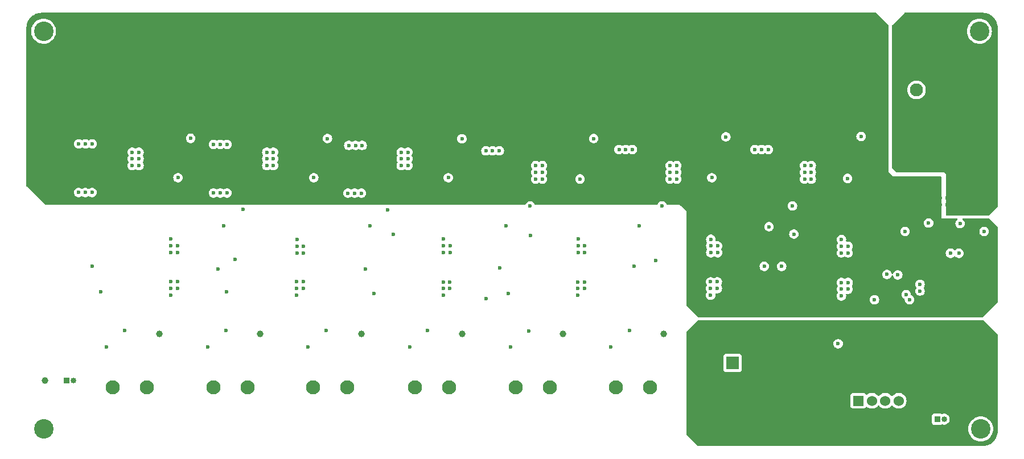
<source format=gbr>
%TF.GenerationSoftware,KiCad,Pcbnew,8.0.6*%
%TF.CreationDate,2025-03-19T11:29:43+02:00*%
%TF.ProjectId,UPD_PCB,5550445f-5043-4422-9e6b-696361645f70,1.1*%
%TF.SameCoordinates,Original*%
%TF.FileFunction,Copper,L6,Bot*%
%TF.FilePolarity,Positive*%
%FSLAX46Y46*%
G04 Gerber Fmt 4.6, Leading zero omitted, Abs format (unit mm)*
G04 Created by KiCad (PCBNEW 8.0.6) date 2025-03-19 11:29:43*
%MOMM*%
%LPD*%
G01*
G04 APERTURE LIST*
%TA.AperFunction,ComponentPad*%
%ADD10C,2.100000*%
%TD*%
%TA.AperFunction,ComponentPad*%
%ADD11C,2.900000*%
%TD*%
%TA.AperFunction,ComponentPad*%
%ADD12C,1.000000*%
%TD*%
%TA.AperFunction,ComponentPad*%
%ADD13C,1.950000*%
%TD*%
%TA.AperFunction,ComponentPad*%
%ADD14R,1.950000X1.950000*%
%TD*%
%TA.AperFunction,ComponentPad*%
%ADD15R,0.850000X0.850000*%
%TD*%
%TA.AperFunction,ComponentPad*%
%ADD16O,0.850000X0.850000*%
%TD*%
%TA.AperFunction,ComponentPad*%
%ADD17R,1.524000X1.524000*%
%TD*%
%TA.AperFunction,ComponentPad*%
%ADD18C,1.524000*%
%TD*%
%TA.AperFunction,ComponentPad*%
%ADD19C,2.400000*%
%TD*%
%TA.AperFunction,ViaPad*%
%ADD20C,0.600000*%
%TD*%
G04 APERTURE END LIST*
D10*
%TO.P,J6,1,1*%
%TO.N,+12V_1_out*%
X128050000Y-106019999D03*
%TO.P,J6,2,2*%
%TO.N,GND*%
X133130000Y-106019999D03*
%TD*%
%TO.P,J5,1,1*%
%TO.N,+16V_out*%
X158050000Y-106020000D03*
%TO.P,J5,2,2*%
%TO.N,GND*%
X163130000Y-106020000D03*
%TD*%
D11*
%TO.P,REF\u002A\u002A,1*%
%TO.N,N/C*%
X102800000Y-53000000D03*
%TD*%
D10*
%TO.P,J4,1,1*%
%TO.N,+19V_out*%
X173050001Y-106020000D03*
%TO.P,J4,2,2*%
%TO.N,GND*%
X178130001Y-106020000D03*
%TD*%
D12*
%TO.P,TP1,1,1*%
%TO.N,GND*%
X103000000Y-105000000D03*
%TD*%
D13*
%TO.P,J2,2,2*%
%TO.N,GND*%
X232650000Y-61740001D03*
D14*
%TO.P,J2,1,1*%
%TO.N,IP+*%
X232650000Y-71260001D03*
%TD*%
D15*
%TO.P,J3,1,Pin_1*%
%TO.N,GND*%
X106250000Y-105000000D03*
D16*
%TO.P,J3,2,Pin_2*%
%TO.N,+5V_out*%
X107250000Y-105000000D03*
%TD*%
D12*
%TO.P,TP7,1,1*%
%TO.N,+5V_out*%
X120050000Y-98020000D03*
%TD*%
%TO.P,TP2,1,1*%
%TO.N,+24V_out*%
X195050000Y-98020000D03*
%TD*%
D14*
%TO.P,J10,1,1*%
%TO.N,GND*%
X205290000Y-102370000D03*
D13*
%TO.P,J10,2,2*%
%TO.N,+42V_out*%
X214810000Y-102370000D03*
%TD*%
D12*
%TO.P,TP5,1,1*%
%TO.N,+12V_2_out*%
X150050000Y-98020000D03*
%TD*%
%TO.P,TP6,1,1*%
%TO.N,+16V_out*%
X165050000Y-98020000D03*
%TD*%
D17*
%TO.P,J11,1,Pin_1*%
%TO.N,GND*%
X224000000Y-108000000D03*
D18*
%TO.P,J11,2,Pin_2*%
%TO.N,+5V_out*%
X226000001Y-108000000D03*
%TO.P,J11,3,Pin_3*%
%TO.N,INA_SDA*%
X228000000Y-108000000D03*
%TO.P,J11,4,Pin_4*%
%TO.N,INA_SCL*%
X230000000Y-108000000D03*
%TD*%
D12*
%TO.P,TP3,1,1*%
%TO.N,+12V_1_out*%
X135050000Y-98020000D03*
%TD*%
D11*
%TO.P,REF\u002A\u002A,1*%
%TO.N,N/C*%
X242200000Y-112200000D03*
%TD*%
D10*
%TO.P,J7,1,1*%
%TO.N,+12V_2_out*%
X142920000Y-106020000D03*
%TO.P,J7,2,2*%
%TO.N,GND*%
X148000000Y-106020000D03*
%TD*%
D11*
%TO.P,REF\u002A\u002A,1*%
%TO.N,N/C*%
X102800000Y-112200000D03*
%TD*%
D15*
%TO.P,J12,1,Pin_1*%
%TO.N,GND*%
X235750001Y-110750000D03*
D16*
%TO.P,J12,2,Pin_2*%
%TO.N,VIOUT*%
X236750001Y-110750000D03*
%TD*%
D12*
%TO.P,TP8,1,1*%
%TO.N,+42V_out*%
X243250000Y-100250000D03*
%TD*%
%TO.P,TP4,1,1*%
%TO.N,+19V_out*%
X180050000Y-98020000D03*
%TD*%
D11*
%TO.P,REF\u002A\u002A,1*%
%TO.N,N/C*%
X242000000Y-53000000D03*
%TD*%
D10*
%TO.P,J8,1,1*%
%TO.N,+5V_out*%
X113120001Y-106020000D03*
%TO.P,J8,2,2*%
%TO.N,GND*%
X118200001Y-106020000D03*
%TD*%
%TO.P,J9,1,1*%
%TO.N,+24V_out*%
X187970000Y-106020000D03*
%TO.P,J9,2,2*%
%TO.N,GND*%
X193050000Y-106020000D03*
%TD*%
D19*
%TO.P,J1,1,1*%
%TO.N,+42V*%
X239500000Y-92265000D03*
%TO.P,J1,2,2*%
%TO.N,+42V_out*%
X239500000Y-105735000D03*
%TO.P,J1,3,3*%
%TO.N,+42V*%
X236100000Y-92265000D03*
%TO.P,J1,4,4*%
%TO.N,+42V_out*%
X236100000Y-105735000D03*
%TD*%
D20*
%TO.N,GND*%
X109034207Y-69760446D03*
X208600000Y-70600000D03*
X143000000Y-74800000D03*
X148200001Y-70000000D03*
X238949999Y-86050000D03*
X169600000Y-70800000D03*
X129077800Y-69840307D03*
X151915000Y-92000000D03*
X209600000Y-70600000D03*
X110034208Y-69760446D03*
X127227117Y-99997643D03*
X122800000Y-74800000D03*
X150076825Y-77099611D03*
X168600000Y-70800000D03*
X150200000Y-70000000D03*
X231108777Y-92200000D03*
X109000000Y-77000000D03*
X131280000Y-86920000D03*
X184632498Y-68970000D03*
X130010000Y-91800000D03*
X187200001Y-100000000D03*
X145032498Y-68969997D03*
X189400000Y-70600000D03*
X222400000Y-74912500D03*
X182600000Y-75000000D03*
X220990824Y-99520244D03*
X108034207Y-69760446D03*
X242699999Y-82800000D03*
X110000000Y-77000000D03*
X128081115Y-77081115D03*
X165032499Y-69000000D03*
X124682498Y-68950000D03*
X163000000Y-74800000D03*
X190400000Y-70600000D03*
X111280000Y-91800000D03*
X130081115Y-77081115D03*
X142136143Y-99992071D03*
X130077800Y-69840307D03*
X202200000Y-74800000D03*
X148076825Y-77099611D03*
X149200000Y-70000000D03*
X108000000Y-77000000D03*
X204294999Y-68720000D03*
X188400000Y-70600000D03*
X128077800Y-69840307D03*
X234449999Y-81550000D03*
X224407500Y-68657500D03*
X233170246Y-90675000D03*
X129081115Y-77081115D03*
X112162500Y-99991249D03*
X171915000Y-91999999D03*
X157250000Y-99991249D03*
X149076825Y-77099611D03*
X212590000Y-88000000D03*
X210600000Y-70600000D03*
X172250000Y-99991250D03*
X193887500Y-87087500D03*
X170600000Y-70800000D03*
%TO.N,+42V*%
X236199999Y-77800000D03*
X186200000Y-70700000D03*
X165600001Y-72700000D03*
X145600000Y-71699999D03*
X225000000Y-70500000D03*
X235199999Y-79799999D03*
X234200000Y-78800000D03*
X234199999Y-77800000D03*
X226000000Y-70500000D03*
X225000000Y-72500000D03*
X166600000Y-72700000D03*
X165600000Y-71700000D03*
X125200000Y-70700000D03*
X233199999Y-77799999D03*
X236199999Y-78800000D03*
X233199999Y-79800000D03*
X204800000Y-72500000D03*
X185200000Y-72700000D03*
X186200000Y-72700000D03*
X235199999Y-77800000D03*
X232200000Y-77799999D03*
X185200000Y-70700000D03*
X226000000Y-71500000D03*
X166600000Y-71700000D03*
X233199999Y-78800000D03*
X225000000Y-71499999D03*
X166600000Y-70700000D03*
X125200000Y-71700000D03*
X146600000Y-71699999D03*
X126200000Y-71700000D03*
X165600000Y-70700000D03*
X126200000Y-72700000D03*
X205800000Y-70500000D03*
X235199999Y-78800000D03*
X232199999Y-79800000D03*
X146600000Y-72700000D03*
X146600000Y-70700000D03*
X185200000Y-71700000D03*
X204800000Y-71499999D03*
X205800000Y-71500000D03*
X125200001Y-72700000D03*
X234200000Y-79799999D03*
X186200000Y-71700000D03*
X145600001Y-70700000D03*
X226000000Y-72500000D03*
X126200000Y-70700000D03*
X204800000Y-70500000D03*
X232199999Y-78800000D03*
X145600000Y-72700000D03*
X205800000Y-72500000D03*
%TO.N,+5V_out*%
X239121248Y-81628751D03*
X170645000Y-88200000D03*
X121740146Y-92276866D03*
X230949999Y-82800000D03*
X210000000Y-88000000D03*
X150645000Y-88400000D03*
X233170246Y-91675001D03*
X226399999Y-92954754D03*
X121740147Y-90276866D03*
X114837501Y-97519999D03*
X237699999Y-86050000D03*
X168630001Y-92770000D03*
X128740001Y-88400000D03*
X214400000Y-83200000D03*
X190645000Y-88000000D03*
X231599999Y-92954754D03*
X175200000Y-83400000D03*
X122740146Y-91276865D03*
X110010000Y-88000000D03*
X121740147Y-91276866D03*
X154800000Y-83200000D03*
X122740146Y-90276866D03*
%TO.N,IP+*%
X241199999Y-79800000D03*
X241199999Y-78800000D03*
X240199999Y-79799999D03*
X240199999Y-78800000D03*
X240199999Y-77800000D03*
X238199999Y-77799999D03*
X241200000Y-77799999D03*
X238199999Y-78800000D03*
X237199999Y-77799999D03*
X238199999Y-79800000D03*
X237199999Y-78800000D03*
X239199999Y-77800000D03*
X239200000Y-79800000D03*
X239200000Y-78800000D03*
%TO.N,INA_SDA*%
X228262500Y-89200000D03*
X229875000Y-89275000D03*
%TO.N,INA_SCL*%
X151318750Y-82000000D03*
X175168751Y-79013750D03*
X214200000Y-79000000D03*
X154000000Y-79575000D03*
X132481250Y-79551250D03*
X171600000Y-82000000D03*
X191400000Y-82000000D03*
X210700000Y-82100000D03*
X129600000Y-82000000D03*
X194800000Y-79000000D03*
%TO.N,+24V*%
X221483513Y-85000000D03*
X216000000Y-74000000D03*
X221483513Y-84000000D03*
X221483513Y-86000000D03*
X216000000Y-75000000D03*
X216000000Y-73000000D03*
X222483513Y-86000000D03*
X222483513Y-85000000D03*
X217000000Y-73000000D03*
X217000000Y-74000000D03*
X217000000Y-75000000D03*
%TO.N,+12V_1*%
X137000000Y-72000000D03*
X140483513Y-86000000D03*
X135999999Y-73000000D03*
X141483513Y-85000000D03*
X140483513Y-84000000D03*
X137000000Y-71000000D03*
X136000000Y-71000000D03*
X140483513Y-85000000D03*
X141483513Y-86000000D03*
X137000000Y-73000000D03*
X136000000Y-72000000D03*
%TO.N,+19V*%
X203050016Y-84965777D03*
X197000001Y-75000000D03*
X197000000Y-74000000D03*
X202050016Y-84965777D03*
X202050016Y-85965777D03*
X196000000Y-73999999D03*
X196000000Y-75000000D03*
X196000000Y-73000000D03*
X202050016Y-83965777D03*
X197000000Y-73000000D03*
X203050016Y-85965777D03*
%TO.N,+12V_2*%
X156000000Y-72000000D03*
X162269080Y-83941147D03*
X157000000Y-71000000D03*
X157000000Y-72000000D03*
X163269080Y-84941148D03*
X163269080Y-85941146D03*
X162269080Y-85941147D03*
X162269080Y-84941147D03*
X157000000Y-73000000D03*
X156000001Y-71000000D03*
X156000000Y-73000000D03*
%TO.N,+16V*%
X176000001Y-73000000D03*
X182312396Y-83908738D03*
X176000001Y-73999999D03*
X182312396Y-85908738D03*
X176000000Y-75000000D03*
X183312397Y-84908738D03*
X177000000Y-73999999D03*
X182312396Y-84908738D03*
X177000000Y-75000000D03*
X183312396Y-85908738D03*
X177000000Y-73000001D03*
%TO.N,+5V_NS*%
X121750000Y-83921959D03*
X117000001Y-73000000D03*
X116000000Y-73000000D03*
X117000000Y-71000000D03*
X116000000Y-72000000D03*
X116000000Y-71000000D03*
X122750000Y-85921959D03*
X121750000Y-85921958D03*
X121750000Y-84921959D03*
X122750000Y-84921959D03*
X117000000Y-72000000D03*
%TO.N,+24V_out*%
X221483513Y-91400000D03*
X222483514Y-90400000D03*
X221483513Y-92400000D03*
X221483513Y-90400000D03*
X190000000Y-97520000D03*
X222483514Y-91399999D03*
%TO.N,+12V_1_out*%
X141470567Y-90280581D03*
X140470567Y-92280581D03*
X140470567Y-90280581D03*
X140470567Y-91280580D03*
X129902118Y-97526393D03*
X141470567Y-91280581D03*
%TO.N,+19V_out*%
X175000000Y-97600000D03*
X203026068Y-90297736D03*
X202026068Y-91297736D03*
X202026068Y-90297736D03*
X202026069Y-92297736D03*
X203026068Y-91297736D03*
%TO.N,+12V_2_out*%
X144811143Y-97530820D03*
X163244211Y-90306474D03*
X162244212Y-90306474D03*
X162244212Y-91306474D03*
X162244211Y-92306474D03*
X163244211Y-91306473D03*
%TO.N,+16V_out*%
X182239014Y-92307606D03*
X183239014Y-90307606D03*
X182239014Y-91307606D03*
X182239014Y-90307606D03*
X183239014Y-91307606D03*
X159925001Y-97519999D03*
%TO.N,+42V_out*%
X225000000Y-98000001D03*
%TD*%
%TA.AperFunction,Conductor*%
%TO.N,+42V_out*%
G36*
X242615677Y-96019685D02*
G01*
X242636319Y-96036319D01*
X244713180Y-98113180D01*
X244746665Y-98174503D01*
X244749499Y-98200861D01*
X244749499Y-112496248D01*
X244749273Y-112503735D01*
X244733550Y-112763659D01*
X244731745Y-112778523D01*
X244685484Y-113030964D01*
X244681900Y-113045504D01*
X244605550Y-113290518D01*
X244600241Y-113304518D01*
X244494910Y-113538555D01*
X244487951Y-113551814D01*
X244355182Y-113771442D01*
X244346676Y-113783765D01*
X244188398Y-113985791D01*
X244178468Y-113996999D01*
X243997000Y-114178467D01*
X243985792Y-114188397D01*
X243783765Y-114346675D01*
X243771442Y-114355181D01*
X243551814Y-114487951D01*
X243538555Y-114494910D01*
X243304517Y-114600242D01*
X243290516Y-114605551D01*
X243045506Y-114681899D01*
X243030968Y-114685483D01*
X242778525Y-114731745D01*
X242763660Y-114733550D01*
X242503736Y-114749273D01*
X242496249Y-114749499D01*
X200200861Y-114749499D01*
X200133822Y-114729814D01*
X200113180Y-114713180D01*
X198436319Y-113036319D01*
X198402834Y-112974996D01*
X198400000Y-112948638D01*
X198400000Y-112199998D01*
X240344773Y-112199998D01*
X240344773Y-112200001D01*
X240363657Y-112464027D01*
X240363658Y-112464034D01*
X240419921Y-112722673D01*
X240512426Y-112970690D01*
X240512428Y-112970694D01*
X240639280Y-113203005D01*
X240639285Y-113203013D01*
X240797906Y-113414907D01*
X240797922Y-113414925D01*
X240985074Y-113602077D01*
X240985092Y-113602093D01*
X241196986Y-113760714D01*
X241196994Y-113760719D01*
X241429305Y-113887571D01*
X241429309Y-113887573D01*
X241429311Y-113887574D01*
X241677322Y-113980077D01*
X241677325Y-113980077D01*
X241677326Y-113980078D01*
X241872552Y-114022546D01*
X241935974Y-114036343D01*
X242179660Y-114053772D01*
X242199999Y-114055227D01*
X242200000Y-114055227D01*
X242200001Y-114055227D01*
X242218885Y-114053876D01*
X242464026Y-114036343D01*
X242722678Y-113980077D01*
X242970689Y-113887574D01*
X243203011Y-113760716D01*
X243414915Y-113602087D01*
X243602087Y-113414915D01*
X243760716Y-113203011D01*
X243887574Y-112970689D01*
X243980077Y-112722678D01*
X244036343Y-112464026D01*
X244055227Y-112200000D01*
X244036343Y-111935974D01*
X243980077Y-111677322D01*
X243887574Y-111429311D01*
X243878854Y-111413342D01*
X243760719Y-111196994D01*
X243760714Y-111196986D01*
X243602093Y-110985092D01*
X243602077Y-110985074D01*
X243414925Y-110797922D01*
X243414907Y-110797906D01*
X243203013Y-110639285D01*
X243203005Y-110639280D01*
X242970694Y-110512428D01*
X242970690Y-110512426D01*
X242722673Y-110419921D01*
X242464034Y-110363658D01*
X242464027Y-110363657D01*
X242200001Y-110344773D01*
X242199999Y-110344773D01*
X241935972Y-110363657D01*
X241935965Y-110363658D01*
X241677326Y-110419921D01*
X241429309Y-110512426D01*
X241429305Y-110512428D01*
X241196994Y-110639280D01*
X241196986Y-110639285D01*
X240985092Y-110797906D01*
X240985074Y-110797922D01*
X240797922Y-110985074D01*
X240797906Y-110985092D01*
X240639285Y-111196986D01*
X240639280Y-111196994D01*
X240512428Y-111429305D01*
X240512426Y-111429309D01*
X240419921Y-111677326D01*
X240363658Y-111935965D01*
X240363657Y-111935972D01*
X240344773Y-112199998D01*
X198400000Y-112199998D01*
X198400000Y-110293475D01*
X234924501Y-110293475D01*
X234924501Y-111206517D01*
X234929470Y-111237889D01*
X234939355Y-111300304D01*
X234996951Y-111413342D01*
X234996953Y-111413344D01*
X234996955Y-111413347D01*
X235086653Y-111503045D01*
X235086655Y-111503046D01*
X235086659Y-111503050D01*
X235199695Y-111560645D01*
X235199699Y-111560647D01*
X235293476Y-111575499D01*
X235293482Y-111575500D01*
X236206519Y-111575499D01*
X236300305Y-111560646D01*
X236359928Y-111530265D01*
X236428596Y-111517369D01*
X236466659Y-111527470D01*
X236493502Y-111539422D01*
X236663237Y-111575500D01*
X236663238Y-111575500D01*
X236836763Y-111575500D01*
X236836765Y-111575500D01*
X237006500Y-111539422D01*
X237006502Y-111539420D01*
X237006505Y-111539420D01*
X237087375Y-111503414D01*
X237165025Y-111468842D01*
X237305411Y-111366845D01*
X237421523Y-111237889D01*
X237508287Y-111087611D01*
X237561909Y-110922576D01*
X237580048Y-110750000D01*
X237561909Y-110577424D01*
X237510735Y-110419923D01*
X237508288Y-110412391D01*
X237469248Y-110344773D01*
X237421523Y-110262111D01*
X237305411Y-110133155D01*
X237165025Y-110031158D01*
X237165024Y-110031157D01*
X237006505Y-109960579D01*
X237006499Y-109960577D01*
X236872842Y-109932168D01*
X236836765Y-109924500D01*
X236663237Y-109924500D01*
X236627160Y-109932168D01*
X236493503Y-109960577D01*
X236493498Y-109960579D01*
X236466655Y-109972530D01*
X236397405Y-109981813D01*
X236359930Y-109969734D01*
X236337646Y-109958380D01*
X236300302Y-109939352D01*
X236206525Y-109924500D01*
X235293483Y-109924500D01*
X235212520Y-109937323D01*
X235199697Y-109939354D01*
X235086659Y-109996950D01*
X235086658Y-109996951D01*
X235086653Y-109996954D01*
X234996955Y-110086652D01*
X234996952Y-110086657D01*
X234939353Y-110199698D01*
X234924501Y-110293475D01*
X198400000Y-110293475D01*
X198400000Y-107206475D01*
X222837500Y-107206475D01*
X222837500Y-108793517D01*
X222839722Y-108807544D01*
X222852354Y-108887304D01*
X222909950Y-109000342D01*
X222909952Y-109000344D01*
X222909954Y-109000347D01*
X222999652Y-109090045D01*
X222999654Y-109090046D01*
X222999658Y-109090050D01*
X223112694Y-109147645D01*
X223112698Y-109147647D01*
X223206475Y-109162499D01*
X223206481Y-109162500D01*
X224793518Y-109162499D01*
X224887304Y-109147646D01*
X225000342Y-109090050D01*
X225090050Y-109000342D01*
X225105568Y-108969885D01*
X225153541Y-108919091D01*
X225221361Y-108902295D01*
X225287497Y-108924832D01*
X225291805Y-108928291D01*
X225291863Y-108928215D01*
X225296438Y-108931670D01*
X225479606Y-109045083D01*
X225479612Y-109045086D01*
X225522170Y-109061573D01*
X225680505Y-109122912D01*
X225892280Y-109162500D01*
X225892282Y-109162500D01*
X226107720Y-109162500D01*
X226107722Y-109162500D01*
X226319497Y-109122912D01*
X226520392Y-109045085D01*
X226703565Y-108931669D01*
X226862779Y-108786526D01*
X226901048Y-108735849D01*
X226957154Y-108694216D01*
X227026866Y-108689523D01*
X227088048Y-108723265D01*
X227098954Y-108735851D01*
X227137223Y-108786528D01*
X227296435Y-108931668D01*
X227296437Y-108931670D01*
X227479605Y-109045083D01*
X227479611Y-109045086D01*
X227522169Y-109061573D01*
X227680504Y-109122912D01*
X227892279Y-109162500D01*
X227892281Y-109162500D01*
X228107719Y-109162500D01*
X228107721Y-109162500D01*
X228319496Y-109122912D01*
X228520391Y-109045085D01*
X228703564Y-108931669D01*
X228862778Y-108786526D01*
X228901047Y-108735848D01*
X228957154Y-108694215D01*
X229026866Y-108689522D01*
X229088048Y-108723264D01*
X229098945Y-108735840D01*
X229137222Y-108786526D01*
X229137224Y-108786528D01*
X229296435Y-108931668D01*
X229296437Y-108931670D01*
X229479605Y-109045083D01*
X229479611Y-109045086D01*
X229522169Y-109061573D01*
X229680504Y-109122912D01*
X229892279Y-109162500D01*
X229892281Y-109162500D01*
X230107719Y-109162500D01*
X230107721Y-109162500D01*
X230319496Y-109122912D01*
X230520391Y-109045085D01*
X230703564Y-108931669D01*
X230862778Y-108786526D01*
X230992612Y-108614599D01*
X231088643Y-108421742D01*
X231147601Y-108214524D01*
X231167480Y-108000000D01*
X231147601Y-107785476D01*
X231088643Y-107578258D01*
X231000000Y-107400238D01*
X230992613Y-107385402D01*
X230862776Y-107213471D01*
X230703564Y-107068331D01*
X230703562Y-107068329D01*
X230520394Y-106954916D01*
X230520388Y-106954913D01*
X230362056Y-106893576D01*
X230319496Y-106877088D01*
X230107721Y-106837500D01*
X229892279Y-106837500D01*
X229680504Y-106877088D01*
X229680501Y-106877088D01*
X229680501Y-106877089D01*
X229479611Y-106954913D01*
X229479605Y-106954916D01*
X229296437Y-107068329D01*
X229296435Y-107068331D01*
X229137222Y-107213472D01*
X229098953Y-107264149D01*
X229042844Y-107305784D01*
X228973132Y-107310475D01*
X228911950Y-107276732D01*
X228901047Y-107264149D01*
X228862777Y-107213472D01*
X228703564Y-107068331D01*
X228703562Y-107068329D01*
X228520394Y-106954916D01*
X228520388Y-106954913D01*
X228362056Y-106893576D01*
X228319496Y-106877088D01*
X228107721Y-106837500D01*
X227892279Y-106837500D01*
X227680504Y-106877088D01*
X227680501Y-106877088D01*
X227680501Y-106877089D01*
X227479611Y-106954913D01*
X227479605Y-106954916D01*
X227296437Y-107068329D01*
X227296435Y-107068331D01*
X227137222Y-107213472D01*
X227098953Y-107264149D01*
X227042844Y-107305784D01*
X226973132Y-107310475D01*
X226911950Y-107276732D01*
X226901046Y-107264148D01*
X226862777Y-107213471D01*
X226703565Y-107068331D01*
X226703563Y-107068329D01*
X226520395Y-106954916D01*
X226520389Y-106954913D01*
X226362057Y-106893576D01*
X226319497Y-106877088D01*
X226107722Y-106837500D01*
X225892280Y-106837500D01*
X225680505Y-106877088D01*
X225680502Y-106877088D01*
X225680502Y-106877089D01*
X225479612Y-106954913D01*
X225479606Y-106954916D01*
X225296439Y-107068328D01*
X225291863Y-107071785D01*
X225290457Y-107069923D01*
X225236712Y-107096085D01*
X225167330Y-107087845D01*
X225113417Y-107043403D01*
X225105571Y-107030121D01*
X225090050Y-106999658D01*
X225090046Y-106999654D01*
X225090045Y-106999652D01*
X225000347Y-106909954D01*
X225000344Y-106909952D01*
X225000342Y-106909950D01*
X224923517Y-106870805D01*
X224887301Y-106852352D01*
X224793524Y-106837500D01*
X223206482Y-106837500D01*
X223125519Y-106850323D01*
X223112696Y-106852354D01*
X222999658Y-106909950D01*
X222999657Y-106909951D01*
X222999652Y-106909954D01*
X222909954Y-106999652D01*
X222909951Y-106999657D01*
X222852352Y-107112698D01*
X222837500Y-107206475D01*
X198400000Y-107206475D01*
X198400000Y-101363475D01*
X203914500Y-101363475D01*
X203914500Y-103376517D01*
X203925292Y-103444657D01*
X203929354Y-103470304D01*
X203986950Y-103583342D01*
X203986952Y-103583344D01*
X203986954Y-103583347D01*
X204076652Y-103673045D01*
X204076654Y-103673046D01*
X204076658Y-103673050D01*
X204189694Y-103730645D01*
X204189698Y-103730647D01*
X204283475Y-103745499D01*
X204283481Y-103745500D01*
X206296518Y-103745499D01*
X206390304Y-103730646D01*
X206503342Y-103673050D01*
X206593050Y-103583342D01*
X206650646Y-103470304D01*
X206650646Y-103470302D01*
X206650647Y-103470301D01*
X206665499Y-103376524D01*
X206665500Y-103376519D01*
X206665499Y-101363482D01*
X206650646Y-101269696D01*
X206593050Y-101156658D01*
X206593046Y-101156654D01*
X206593045Y-101156652D01*
X206503347Y-101066954D01*
X206503344Y-101066952D01*
X206503342Y-101066950D01*
X206426517Y-101027805D01*
X206390301Y-101009352D01*
X206296524Y-100994500D01*
X204283482Y-100994500D01*
X204202519Y-101007323D01*
X204189696Y-101009354D01*
X204076658Y-101066950D01*
X204076657Y-101066951D01*
X204076652Y-101066954D01*
X203986954Y-101156652D01*
X203986951Y-101156657D01*
X203929352Y-101269698D01*
X203914500Y-101363475D01*
X198400000Y-101363475D01*
X198400000Y-99520244D01*
X220285179Y-99520244D01*
X220305683Y-99689113D01*
X220305684Y-99689118D01*
X220366006Y-99848175D01*
X220428299Y-99938421D01*
X220462641Y-99988173D01*
X220568329Y-100081804D01*
X220589974Y-100100980D01*
X220740597Y-100180033D01*
X220740599Y-100180034D01*
X220905768Y-100220744D01*
X221075880Y-100220744D01*
X221241049Y-100180034D01*
X221320516Y-100138325D01*
X221391673Y-100100980D01*
X221391674Y-100100978D01*
X221391676Y-100100978D01*
X221519007Y-99988173D01*
X221615642Y-99848174D01*
X221675964Y-99689116D01*
X221696469Y-99520244D01*
X221675964Y-99351372D01*
X221615642Y-99192314D01*
X221519007Y-99052315D01*
X221391676Y-98939510D01*
X221391673Y-98939507D01*
X221241050Y-98860454D01*
X221075880Y-98819744D01*
X220905768Y-98819744D01*
X220740597Y-98860454D01*
X220589974Y-98939507D01*
X220462640Y-99052316D01*
X220366006Y-99192312D01*
X220305684Y-99351369D01*
X220305683Y-99351374D01*
X220285179Y-99520244D01*
X198400000Y-99520244D01*
X198400000Y-97851362D01*
X198419685Y-97784323D01*
X198436319Y-97763681D01*
X200163681Y-96036319D01*
X200225004Y-96002834D01*
X200251362Y-96000000D01*
X242548638Y-96000000D01*
X242615677Y-96019685D01*
G37*
%TD.AperFunction*%
%TD*%
%TA.AperFunction,Conductor*%
%TO.N,+42V*%
G36*
X226666177Y-50270185D02*
G01*
X226686819Y-50286819D01*
X228481074Y-52081074D01*
X228514559Y-52142397D01*
X228517393Y-52168755D01*
X228517393Y-74000076D01*
X229147405Y-74630088D01*
X236276000Y-74630088D01*
X236343039Y-74649773D01*
X236388794Y-74702577D01*
X236400000Y-74754088D01*
X236400000Y-80840000D01*
X238628238Y-80840000D01*
X238695277Y-80859685D01*
X238741032Y-80912489D01*
X238750976Y-80981647D01*
X238721951Y-81045203D01*
X238710472Y-81056808D01*
X238593065Y-81160822D01*
X238593064Y-81160823D01*
X238496430Y-81300819D01*
X238436108Y-81459876D01*
X238436107Y-81459881D01*
X238415603Y-81628751D01*
X238436107Y-81797620D01*
X238436108Y-81797625D01*
X238496430Y-81956682D01*
X238526331Y-82000000D01*
X238593065Y-82096680D01*
X238698753Y-82190311D01*
X238720398Y-82209487D01*
X238833547Y-82268872D01*
X238871023Y-82288541D01*
X239036192Y-82329251D01*
X239206304Y-82329251D01*
X239371473Y-82288541D01*
X239450940Y-82246832D01*
X239522097Y-82209487D01*
X239522098Y-82209485D01*
X239522100Y-82209485D01*
X239649431Y-82096680D01*
X239746066Y-81956681D01*
X239806388Y-81797623D01*
X239826893Y-81628751D01*
X239806388Y-81459879D01*
X239746066Y-81300821D01*
X239745154Y-81299500D01*
X239691706Y-81222068D01*
X239649431Y-81160822D01*
X239532029Y-81056813D01*
X239494904Y-80997626D01*
X239495672Y-80927761D01*
X239534089Y-80869401D01*
X239597960Y-80841076D01*
X239614258Y-80840000D01*
X243384665Y-80840000D01*
X243384665Y-80843473D01*
X243409473Y-80840803D01*
X243471957Y-80872069D01*
X243475155Y-80875155D01*
X244713180Y-82113180D01*
X244746665Y-82174503D01*
X244749499Y-82200861D01*
X244749499Y-93199138D01*
X244729814Y-93266177D01*
X244713180Y-93286819D01*
X242441819Y-95558181D01*
X242380496Y-95591666D01*
X242354138Y-95594500D01*
X200251346Y-95594500D01*
X200249705Y-95594544D01*
X200249704Y-95594500D01*
X200249702Y-95594500D01*
X200249702Y-95594427D01*
X200249685Y-95593820D01*
X200184356Y-95578218D01*
X200158291Y-95558291D01*
X198436319Y-93836319D01*
X198402834Y-93774996D01*
X198400000Y-93748638D01*
X198400000Y-90297736D01*
X201320423Y-90297736D01*
X201340927Y-90466605D01*
X201340928Y-90466610D01*
X201401250Y-90625667D01*
X201471400Y-90727296D01*
X201493283Y-90793651D01*
X201475818Y-90861302D01*
X201471400Y-90868176D01*
X201401251Y-90969804D01*
X201401250Y-90969804D01*
X201340928Y-91128861D01*
X201340927Y-91128866D01*
X201320423Y-91297736D01*
X201340927Y-91466605D01*
X201340928Y-91466610D01*
X201398823Y-91619266D01*
X201401250Y-91625666D01*
X201471401Y-91727298D01*
X201493284Y-91793650D01*
X201475819Y-91861301D01*
X201471401Y-91868176D01*
X201401252Y-91969804D01*
X201401251Y-91969804D01*
X201340929Y-92128861D01*
X201340928Y-92128866D01*
X201320424Y-92297736D01*
X201340928Y-92466605D01*
X201340929Y-92466610D01*
X201401251Y-92625667D01*
X201463544Y-92715913D01*
X201497886Y-92765665D01*
X201586018Y-92843743D01*
X201625219Y-92878472D01*
X201770562Y-92954754D01*
X201775844Y-92957526D01*
X201941013Y-92998236D01*
X202111125Y-92998236D01*
X202276294Y-92957526D01*
X202355761Y-92915817D01*
X202426918Y-92878472D01*
X202426919Y-92878470D01*
X202426921Y-92878470D01*
X202554252Y-92765665D01*
X202650887Y-92625666D01*
X202711209Y-92466608D01*
X202731714Y-92297736D01*
X202711209Y-92128864D01*
X202711206Y-92128856D01*
X202711155Y-92128645D01*
X202711162Y-92128479D01*
X202710305Y-92121419D01*
X202711478Y-92121276D01*
X202714222Y-92058843D01*
X202754541Y-92001780D01*
X202819309Y-91975573D01*
X202861221Y-91978569D01*
X202941012Y-91998236D01*
X202941014Y-91998236D01*
X203111124Y-91998236D01*
X203276293Y-91957526D01*
X203355760Y-91915817D01*
X203426917Y-91878472D01*
X203426918Y-91878470D01*
X203426920Y-91878470D01*
X203554251Y-91765665D01*
X203650886Y-91625666D01*
X203711208Y-91466608D01*
X203731713Y-91297736D01*
X203711208Y-91128864D01*
X203701990Y-91104559D01*
X203689668Y-91072068D01*
X203650886Y-90969806D01*
X203580734Y-90868173D01*
X203558852Y-90801822D01*
X203576317Y-90734171D01*
X203580720Y-90727317D01*
X203650886Y-90625666D01*
X203711208Y-90466608D01*
X203719296Y-90400000D01*
X220777868Y-90400000D01*
X220798372Y-90568869D01*
X220798373Y-90568874D01*
X220858695Y-90727931D01*
X220928845Y-90829560D01*
X220950728Y-90895915D01*
X220933263Y-90963566D01*
X220928845Y-90970440D01*
X220858696Y-91072068D01*
X220858695Y-91072068D01*
X220798373Y-91231125D01*
X220798372Y-91231130D01*
X220777868Y-91400000D01*
X220798372Y-91568869D01*
X220798373Y-91568874D01*
X220858695Y-91727931D01*
X220928845Y-91829560D01*
X220950728Y-91895915D01*
X220933263Y-91963566D01*
X220928845Y-91970440D01*
X220858696Y-92072068D01*
X220858695Y-92072068D01*
X220798373Y-92231125D01*
X220798372Y-92231130D01*
X220777868Y-92400000D01*
X220798372Y-92568869D01*
X220798373Y-92568874D01*
X220858695Y-92727931D01*
X220898698Y-92785884D01*
X220955330Y-92867929D01*
X221061018Y-92961560D01*
X221082663Y-92980736D01*
X221233286Y-93059789D01*
X221233288Y-93059790D01*
X221398457Y-93100500D01*
X221568569Y-93100500D01*
X221733738Y-93059790D01*
X221832213Y-93008106D01*
X221884362Y-92980736D01*
X221884363Y-92980734D01*
X221884365Y-92980734D01*
X221913690Y-92954754D01*
X225694354Y-92954754D01*
X225714858Y-93123623D01*
X225714859Y-93123628D01*
X225775181Y-93282685D01*
X225778035Y-93286819D01*
X225871816Y-93422683D01*
X225977504Y-93516314D01*
X225999149Y-93535490D01*
X226149772Y-93614543D01*
X226149774Y-93614544D01*
X226314943Y-93655254D01*
X226485055Y-93655254D01*
X226650224Y-93614544D01*
X226729691Y-93572835D01*
X226800848Y-93535490D01*
X226800849Y-93535488D01*
X226800851Y-93535488D01*
X226928182Y-93422683D01*
X227024817Y-93282684D01*
X227085139Y-93123626D01*
X227105644Y-92954754D01*
X227085139Y-92785882D01*
X227024817Y-92626824D01*
X227024018Y-92625667D01*
X226984813Y-92568869D01*
X226928182Y-92486825D01*
X226833315Y-92402780D01*
X226800848Y-92374017D01*
X226650225Y-92294964D01*
X226485055Y-92254254D01*
X226314943Y-92254254D01*
X226149772Y-92294964D01*
X225999149Y-92374017D01*
X225871815Y-92486826D01*
X225775181Y-92626822D01*
X225714859Y-92785879D01*
X225714858Y-92785884D01*
X225694354Y-92954754D01*
X221913690Y-92954754D01*
X222011696Y-92867929D01*
X222108331Y-92727930D01*
X222168653Y-92568872D01*
X222189158Y-92400000D01*
X222168653Y-92231128D01*
X222168650Y-92231122D01*
X222168601Y-92230919D01*
X222168608Y-92230757D01*
X222167749Y-92223683D01*
X222168924Y-92223540D01*
X222169956Y-92200000D01*
X230403132Y-92200000D01*
X230423636Y-92368869D01*
X230423637Y-92368874D01*
X230483959Y-92527931D01*
X230520407Y-92580734D01*
X230580594Y-92667929D01*
X230707925Y-92780734D01*
X230827983Y-92843746D01*
X230878192Y-92892328D01*
X230892731Y-92947395D01*
X230893450Y-92947308D01*
X230894081Y-92952507D01*
X230894354Y-92953540D01*
X230894354Y-92954753D01*
X230894354Y-92954754D01*
X230894691Y-92957526D01*
X230914858Y-93123623D01*
X230914859Y-93123628D01*
X230975181Y-93282685D01*
X230978035Y-93286819D01*
X231071816Y-93422683D01*
X231177504Y-93516314D01*
X231199149Y-93535490D01*
X231349772Y-93614543D01*
X231349774Y-93614544D01*
X231514943Y-93655254D01*
X231685055Y-93655254D01*
X231850224Y-93614544D01*
X231929691Y-93572835D01*
X232000848Y-93535490D01*
X232000849Y-93535488D01*
X232000851Y-93535488D01*
X232128182Y-93422683D01*
X232224817Y-93282684D01*
X232285139Y-93123626D01*
X232305644Y-92954754D01*
X232285139Y-92785882D01*
X232224817Y-92626824D01*
X232224018Y-92625667D01*
X232184813Y-92568869D01*
X232128182Y-92486825D01*
X232033315Y-92402780D01*
X232000848Y-92374017D01*
X231880796Y-92311009D01*
X231830583Y-92262424D01*
X231816044Y-92207359D01*
X231815326Y-92207447D01*
X231814694Y-92202244D01*
X231814422Y-92201213D01*
X231814422Y-92200001D01*
X231799952Y-92080833D01*
X231793917Y-92031128D01*
X231782111Y-91999999D01*
X231759498Y-91940371D01*
X231733595Y-91872070D01*
X231726171Y-91861315D01*
X231683413Y-91799370D01*
X231636960Y-91732071D01*
X231527994Y-91635536D01*
X231509626Y-91619263D01*
X231359003Y-91540210D01*
X231193833Y-91499500D01*
X231023721Y-91499500D01*
X230858550Y-91540210D01*
X230707927Y-91619263D01*
X230580593Y-91732072D01*
X230483959Y-91872068D01*
X230423637Y-92031125D01*
X230423636Y-92031130D01*
X230403132Y-92200000D01*
X222169956Y-92200000D01*
X222171661Y-92161117D01*
X222211974Y-92104050D01*
X222276741Y-92077837D01*
X222318668Y-92080832D01*
X222398458Y-92100499D01*
X222568570Y-92100499D01*
X222733739Y-92059789D01*
X222832212Y-92008106D01*
X222884363Y-91980735D01*
X222884364Y-91980733D01*
X222884366Y-91980733D01*
X223011697Y-91867928D01*
X223108332Y-91727929D01*
X223168654Y-91568871D01*
X223189159Y-91399999D01*
X223168654Y-91231127D01*
X223108332Y-91072069D01*
X223038180Y-90970436D01*
X223016298Y-90904085D01*
X223033763Y-90836434D01*
X223038181Y-90829560D01*
X223108332Y-90727930D01*
X223128405Y-90675000D01*
X232464601Y-90675000D01*
X232485105Y-90843869D01*
X232485106Y-90843874D01*
X232545428Y-91002931D01*
X232615578Y-91104560D01*
X232637461Y-91170915D01*
X232619996Y-91238566D01*
X232615578Y-91245440D01*
X232545429Y-91347069D01*
X232545428Y-91347069D01*
X232485106Y-91506126D01*
X232485105Y-91506131D01*
X232464601Y-91675001D01*
X232485105Y-91843870D01*
X232485106Y-91843875D01*
X232545428Y-92002932D01*
X232597132Y-92077837D01*
X232642063Y-92142930D01*
X232709015Y-92202244D01*
X232769396Y-92255737D01*
X232920019Y-92334790D01*
X232920021Y-92334791D01*
X233085190Y-92375501D01*
X233255302Y-92375501D01*
X233420471Y-92334791D01*
X233517938Y-92283636D01*
X233571095Y-92255737D01*
X233571096Y-92255735D01*
X233571098Y-92255735D01*
X233698429Y-92142930D01*
X233795064Y-92002931D01*
X233855386Y-91843873D01*
X233875891Y-91675001D01*
X233855386Y-91506129D01*
X233795064Y-91347071D01*
X233790328Y-91340210D01*
X233724913Y-91245440D01*
X233703030Y-91179086D01*
X233720495Y-91111434D01*
X233724898Y-91104581D01*
X233795064Y-91002930D01*
X233855386Y-90843872D01*
X233875891Y-90675000D01*
X233855386Y-90506128D01*
X233795064Y-90347070D01*
X233698429Y-90207071D01*
X233571098Y-90094266D01*
X233571095Y-90094263D01*
X233420472Y-90015210D01*
X233255302Y-89974500D01*
X233085190Y-89974500D01*
X232920019Y-90015210D01*
X232769396Y-90094263D01*
X232642062Y-90207072D01*
X232545428Y-90347068D01*
X232485106Y-90506125D01*
X232485105Y-90506130D01*
X232464601Y-90675000D01*
X223128405Y-90675000D01*
X223168654Y-90568872D01*
X223189159Y-90400000D01*
X223168654Y-90231128D01*
X223159530Y-90207071D01*
X223116750Y-90094266D01*
X223108332Y-90072070D01*
X223011697Y-89932071D01*
X222901292Y-89834261D01*
X222884363Y-89819263D01*
X222733740Y-89740210D01*
X222568570Y-89699500D01*
X222398458Y-89699500D01*
X222233287Y-89740210D01*
X222082669Y-89819261D01*
X222082665Y-89819264D01*
X222082663Y-89819265D01*
X222082662Y-89819266D01*
X222065736Y-89834261D01*
X222002501Y-89863979D01*
X221933238Y-89854792D01*
X221901286Y-89834257D01*
X221884365Y-89819266D01*
X221884363Y-89819265D01*
X221884362Y-89819264D01*
X221733739Y-89740210D01*
X221568569Y-89699500D01*
X221398457Y-89699500D01*
X221233286Y-89740210D01*
X221082663Y-89819263D01*
X220955329Y-89932072D01*
X220858695Y-90072068D01*
X220798373Y-90231125D01*
X220798372Y-90231130D01*
X220777868Y-90400000D01*
X203719296Y-90400000D01*
X203731713Y-90297736D01*
X203711208Y-90128864D01*
X203650886Y-89969806D01*
X203636480Y-89948936D01*
X203577838Y-89863979D01*
X203554251Y-89829807D01*
X203453117Y-89740210D01*
X203426917Y-89716999D01*
X203276294Y-89637946D01*
X203111124Y-89597236D01*
X202941012Y-89597236D01*
X202775841Y-89637946D01*
X202625218Y-89717000D01*
X202608295Y-89731993D01*
X202545061Y-89761714D01*
X202475798Y-89752530D01*
X202443841Y-89731993D01*
X202426920Y-89717002D01*
X202426918Y-89717001D01*
X202426917Y-89717000D01*
X202276294Y-89637946D01*
X202111124Y-89597236D01*
X201941012Y-89597236D01*
X201775841Y-89637946D01*
X201625218Y-89716999D01*
X201497884Y-89829808D01*
X201401250Y-89969804D01*
X201340928Y-90128861D01*
X201340927Y-90128866D01*
X201320423Y-90297736D01*
X198400000Y-90297736D01*
X198400000Y-89200000D01*
X227556855Y-89200000D01*
X227577359Y-89368869D01*
X227577360Y-89368874D01*
X227637682Y-89527931D01*
X227671115Y-89576366D01*
X227734317Y-89667929D01*
X227806631Y-89731993D01*
X227861650Y-89780736D01*
X227971796Y-89838545D01*
X228012275Y-89859790D01*
X228177444Y-89900500D01*
X228347556Y-89900500D01*
X228512725Y-89859790D01*
X228598619Y-89814709D01*
X228663349Y-89780736D01*
X228663350Y-89780734D01*
X228663352Y-89780734D01*
X228790683Y-89667929D01*
X228887318Y-89527930D01*
X228945822Y-89373665D01*
X228987998Y-89317964D01*
X229053596Y-89293906D01*
X229121786Y-89309132D01*
X229170920Y-89358808D01*
X229184859Y-89402689D01*
X229189859Y-89443869D01*
X229189860Y-89443874D01*
X229250182Y-89602931D01*
X229295046Y-89667927D01*
X229346817Y-89742929D01*
X229449905Y-89834257D01*
X229474150Y-89855736D01*
X229572022Y-89907103D01*
X229624775Y-89934790D01*
X229789944Y-89975500D01*
X229960056Y-89975500D01*
X230125225Y-89934790D01*
X230260143Y-89863979D01*
X230275849Y-89855736D01*
X230275850Y-89855734D01*
X230275852Y-89855734D01*
X230403183Y-89742929D01*
X230499818Y-89602930D01*
X230560140Y-89443872D01*
X230580645Y-89275000D01*
X230560140Y-89106128D01*
X230499818Y-88947070D01*
X230403183Y-88807071D01*
X230275852Y-88694266D01*
X230275849Y-88694263D01*
X230125226Y-88615210D01*
X229960056Y-88574500D01*
X229789944Y-88574500D01*
X229624773Y-88615210D01*
X229474150Y-88694263D01*
X229346816Y-88807072D01*
X229250182Y-88947068D01*
X229250182Y-88947069D01*
X229191678Y-89101333D01*
X229149500Y-89157036D01*
X229083903Y-89181093D01*
X229015712Y-89165866D01*
X228966579Y-89116190D01*
X228952640Y-89072308D01*
X228947640Y-89031131D01*
X228947639Y-89031125D01*
X228887317Y-88872068D01*
X228824273Y-88780734D01*
X228790683Y-88732071D01*
X228663352Y-88619266D01*
X228663349Y-88619263D01*
X228512726Y-88540210D01*
X228347556Y-88499500D01*
X228177444Y-88499500D01*
X228012273Y-88540210D01*
X227861650Y-88619263D01*
X227734316Y-88732072D01*
X227637682Y-88872068D01*
X227577360Y-89031125D01*
X227577359Y-89031130D01*
X227556855Y-89200000D01*
X198400000Y-89200000D01*
X198400000Y-88000000D01*
X209294355Y-88000000D01*
X209314859Y-88168869D01*
X209314860Y-88168874D01*
X209375182Y-88327931D01*
X209403442Y-88368872D01*
X209471817Y-88467929D01*
X209553406Y-88540210D01*
X209599150Y-88580736D01*
X209749773Y-88659789D01*
X209749775Y-88659790D01*
X209914944Y-88700500D01*
X210085056Y-88700500D01*
X210250225Y-88659790D01*
X210335164Y-88615210D01*
X210400849Y-88580736D01*
X210400850Y-88580734D01*
X210400852Y-88580734D01*
X210528183Y-88467929D01*
X210624818Y-88327930D01*
X210685140Y-88168872D01*
X210705645Y-88000000D01*
X211884355Y-88000000D01*
X211904859Y-88168869D01*
X211904860Y-88168874D01*
X211965182Y-88327931D01*
X211993442Y-88368872D01*
X212061817Y-88467929D01*
X212143406Y-88540210D01*
X212189150Y-88580736D01*
X212339773Y-88659789D01*
X212339775Y-88659790D01*
X212504944Y-88700500D01*
X212675056Y-88700500D01*
X212840225Y-88659790D01*
X212925164Y-88615210D01*
X212990849Y-88580736D01*
X212990850Y-88580734D01*
X212990852Y-88580734D01*
X213118183Y-88467929D01*
X213214818Y-88327930D01*
X213275140Y-88168872D01*
X213295645Y-88000000D01*
X213275140Y-87831128D01*
X213270641Y-87819266D01*
X213214817Y-87672068D01*
X213151121Y-87579790D01*
X213118183Y-87532071D01*
X212990852Y-87419266D01*
X212990849Y-87419263D01*
X212840226Y-87340210D01*
X212675056Y-87299500D01*
X212504944Y-87299500D01*
X212339773Y-87340210D01*
X212189150Y-87419263D01*
X212061816Y-87532072D01*
X211965182Y-87672068D01*
X211904860Y-87831125D01*
X211904859Y-87831130D01*
X211884355Y-88000000D01*
X210705645Y-88000000D01*
X210685140Y-87831128D01*
X210680641Y-87819266D01*
X210624817Y-87672068D01*
X210561121Y-87579790D01*
X210528183Y-87532071D01*
X210400852Y-87419266D01*
X210400849Y-87419263D01*
X210250226Y-87340210D01*
X210085056Y-87299500D01*
X209914944Y-87299500D01*
X209749773Y-87340210D01*
X209599150Y-87419263D01*
X209471816Y-87532072D01*
X209375182Y-87672068D01*
X209314860Y-87831125D01*
X209314859Y-87831130D01*
X209294355Y-88000000D01*
X198400000Y-88000000D01*
X198400000Y-83965777D01*
X201344371Y-83965777D01*
X201364875Y-84134646D01*
X201364876Y-84134651D01*
X201425198Y-84293708D01*
X201495348Y-84395337D01*
X201517231Y-84461692D01*
X201499766Y-84529343D01*
X201495348Y-84536217D01*
X201425199Y-84637845D01*
X201425198Y-84637845D01*
X201364876Y-84796902D01*
X201364875Y-84796907D01*
X201344371Y-84965777D01*
X201364875Y-85134646D01*
X201364876Y-85134651D01*
X201425198Y-85293708D01*
X201495348Y-85395337D01*
X201517231Y-85461692D01*
X201499766Y-85529343D01*
X201495348Y-85536217D01*
X201425199Y-85637845D01*
X201425198Y-85637845D01*
X201364876Y-85796902D01*
X201364875Y-85796907D01*
X201344371Y-85965777D01*
X201364875Y-86134646D01*
X201364876Y-86134651D01*
X201425198Y-86293708D01*
X201483002Y-86377450D01*
X201521833Y-86433706D01*
X201621361Y-86521880D01*
X201649166Y-86546513D01*
X201793867Y-86622458D01*
X201799791Y-86625567D01*
X201964960Y-86666277D01*
X202135072Y-86666277D01*
X202300241Y-86625567D01*
X202414223Y-86565744D01*
X202450861Y-86546515D01*
X202450862Y-86546513D01*
X202450868Y-86546511D01*
X202467789Y-86531519D01*
X202531020Y-86501799D01*
X202600283Y-86510981D01*
X202632240Y-86531518D01*
X202649164Y-86546511D01*
X202649166Y-86546512D01*
X202649170Y-86546515D01*
X202793867Y-86622458D01*
X202799791Y-86625567D01*
X202964960Y-86666277D01*
X203135072Y-86666277D01*
X203300241Y-86625567D01*
X203414223Y-86565744D01*
X203450865Y-86546513D01*
X203450866Y-86546511D01*
X203450868Y-86546511D01*
X203578199Y-86433706D01*
X203674834Y-86293707D01*
X203735156Y-86134649D01*
X203755661Y-85965777D01*
X203735156Y-85796905D01*
X203674834Y-85637847D01*
X203604682Y-85536214D01*
X203582800Y-85469863D01*
X203600265Y-85402212D01*
X203604668Y-85395358D01*
X203674834Y-85293707D01*
X203735156Y-85134649D01*
X203755661Y-84965777D01*
X203735156Y-84796905D01*
X203674834Y-84637847D01*
X203578199Y-84497848D01*
X203450868Y-84385043D01*
X203450865Y-84385040D01*
X203300242Y-84305987D01*
X203135072Y-84265277D01*
X202964960Y-84265277D01*
X202964958Y-84265277D01*
X202885172Y-84284942D01*
X202815370Y-84281872D01*
X202758308Y-84241552D01*
X202732103Y-84176783D01*
X202734582Y-84142134D01*
X202734252Y-84142094D01*
X202735064Y-84135404D01*
X202735103Y-84134863D01*
X202735156Y-84134647D01*
X202735156Y-84134646D01*
X202751505Y-84000000D01*
X220777868Y-84000000D01*
X220798372Y-84168869D01*
X220798373Y-84168874D01*
X220858695Y-84327931D01*
X220928845Y-84429560D01*
X220950728Y-84495915D01*
X220933263Y-84563566D01*
X220928845Y-84570440D01*
X220858696Y-84672068D01*
X220858695Y-84672068D01*
X220798373Y-84831125D01*
X220798372Y-84831130D01*
X220777868Y-85000000D01*
X220798372Y-85168869D01*
X220798373Y-85168874D01*
X220858695Y-85327931D01*
X220928845Y-85429560D01*
X220950728Y-85495915D01*
X220933263Y-85563566D01*
X220928845Y-85570440D01*
X220858696Y-85672068D01*
X220858695Y-85672068D01*
X220798373Y-85831125D01*
X220798372Y-85831130D01*
X220777868Y-86000000D01*
X220798372Y-86168869D01*
X220798373Y-86168874D01*
X220858695Y-86327931D01*
X220914706Y-86409075D01*
X220955330Y-86467929D01*
X221044036Y-86546515D01*
X221082663Y-86580736D01*
X221233286Y-86659789D01*
X221233288Y-86659790D01*
X221398457Y-86700500D01*
X221568569Y-86700500D01*
X221733738Y-86659790D01*
X221845874Y-86600936D01*
X221884358Y-86580738D01*
X221884359Y-86580736D01*
X221884365Y-86580734D01*
X221901286Y-86565742D01*
X221964517Y-86536022D01*
X222033780Y-86545204D01*
X222065737Y-86565741D01*
X222082661Y-86580734D01*
X222082663Y-86580735D01*
X222082667Y-86580738D01*
X222233286Y-86659789D01*
X222233288Y-86659790D01*
X222398457Y-86700500D01*
X222568569Y-86700500D01*
X222733738Y-86659790D01*
X222845874Y-86600936D01*
X222884362Y-86580736D01*
X222884363Y-86580734D01*
X222884365Y-86580734D01*
X223011696Y-86467929D01*
X223108331Y-86327930D01*
X223168653Y-86168872D01*
X223183087Y-86050000D01*
X236994354Y-86050000D01*
X237014858Y-86218869D01*
X237014859Y-86218874D01*
X237075181Y-86377931D01*
X237113913Y-86434043D01*
X237171816Y-86517929D01*
X237255504Y-86592070D01*
X237299149Y-86630736D01*
X237449772Y-86709789D01*
X237449774Y-86709790D01*
X237614943Y-86750500D01*
X237785055Y-86750500D01*
X237950224Y-86709790D01*
X238045492Y-86659789D01*
X238100848Y-86630736D01*
X238100849Y-86630734D01*
X238100851Y-86630734D01*
X238228182Y-86517929D01*
X238228185Y-86517925D01*
X238232183Y-86513413D01*
X238291372Y-86476286D01*
X238361238Y-86477052D01*
X238417815Y-86513413D01*
X238421812Y-86517925D01*
X238421815Y-86517927D01*
X238421816Y-86517929D01*
X238492710Y-86580735D01*
X238549149Y-86630736D01*
X238699772Y-86709789D01*
X238699774Y-86709790D01*
X238864943Y-86750500D01*
X239035055Y-86750500D01*
X239200224Y-86709790D01*
X239295492Y-86659789D01*
X239350848Y-86630736D01*
X239350849Y-86630734D01*
X239350851Y-86630734D01*
X239478182Y-86517929D01*
X239574817Y-86377930D01*
X239635139Y-86218872D01*
X239655644Y-86050000D01*
X239635139Y-85881128D01*
X239616177Y-85831130D01*
X239581566Y-85739866D01*
X239574817Y-85722070D01*
X239478182Y-85582071D01*
X239355311Y-85473217D01*
X239350848Y-85469263D01*
X239200225Y-85390210D01*
X239035055Y-85349500D01*
X238864943Y-85349500D01*
X238699772Y-85390210D01*
X238549149Y-85469263D01*
X238421812Y-85582074D01*
X238417811Y-85586591D01*
X238358620Y-85623715D01*
X238288755Y-85622945D01*
X238232187Y-85586591D01*
X238228185Y-85582074D01*
X238100848Y-85469263D01*
X237950225Y-85390210D01*
X237785055Y-85349500D01*
X237614943Y-85349500D01*
X237449772Y-85390210D01*
X237299149Y-85469263D01*
X237171815Y-85582072D01*
X237075181Y-85722068D01*
X237014859Y-85881125D01*
X237014858Y-85881130D01*
X236994354Y-86050000D01*
X223183087Y-86050000D01*
X223189158Y-86000000D01*
X223168653Y-85831128D01*
X223108331Y-85672070D01*
X223038179Y-85570437D01*
X223016297Y-85504086D01*
X223033762Y-85436435D01*
X223038165Y-85429581D01*
X223108331Y-85327930D01*
X223168653Y-85168872D01*
X223189158Y-85000000D01*
X223168653Y-84831128D01*
X223108331Y-84672070D01*
X223084708Y-84637847D01*
X223038180Y-84570440D01*
X223011696Y-84532071D01*
X222908682Y-84440809D01*
X222884362Y-84419263D01*
X222733739Y-84340210D01*
X222568569Y-84299500D01*
X222398457Y-84299500D01*
X222398455Y-84299500D01*
X222318669Y-84319165D01*
X222248867Y-84316095D01*
X222191805Y-84275775D01*
X222165600Y-84211006D01*
X222168079Y-84176357D01*
X222167749Y-84176317D01*
X222168561Y-84169627D01*
X222168600Y-84169086D01*
X222168653Y-84168870D01*
X222168653Y-84168869D01*
X222189158Y-84000000D01*
X222168653Y-83831128D01*
X222108331Y-83672070D01*
X222105471Y-83667927D01*
X222037098Y-83568872D01*
X222011696Y-83532071D01*
X221884365Y-83419266D01*
X221884362Y-83419263D01*
X221733739Y-83340210D01*
X221568569Y-83299500D01*
X221398457Y-83299500D01*
X221233286Y-83340210D01*
X221082663Y-83419263D01*
X220955329Y-83532072D01*
X220858695Y-83672068D01*
X220798373Y-83831125D01*
X220798372Y-83831130D01*
X220777868Y-84000000D01*
X202751505Y-84000000D01*
X202755661Y-83965777D01*
X202735156Y-83796905D01*
X202674834Y-83637847D01*
X202578199Y-83497848D01*
X202450868Y-83385043D01*
X202450865Y-83385040D01*
X202300242Y-83305987D01*
X202135072Y-83265277D01*
X201964960Y-83265277D01*
X201799789Y-83305987D01*
X201649166Y-83385040D01*
X201521832Y-83497849D01*
X201425198Y-83637845D01*
X201364876Y-83796902D01*
X201364875Y-83796907D01*
X201344371Y-83965777D01*
X198400000Y-83965777D01*
X198400000Y-83200000D01*
X213694355Y-83200000D01*
X213714859Y-83368869D01*
X213714860Y-83368874D01*
X213775182Y-83527931D01*
X213803442Y-83568872D01*
X213871817Y-83667929D01*
X213967941Y-83753087D01*
X213999150Y-83780736D01*
X214149773Y-83859789D01*
X214149775Y-83859790D01*
X214314944Y-83900500D01*
X214485056Y-83900500D01*
X214650225Y-83859790D01*
X214729692Y-83818081D01*
X214800849Y-83780736D01*
X214800850Y-83780734D01*
X214800852Y-83780734D01*
X214928183Y-83667929D01*
X215024818Y-83527930D01*
X215085140Y-83368872D01*
X215105645Y-83200000D01*
X215085140Y-83031128D01*
X215024818Y-82872070D01*
X214975071Y-82800000D01*
X230244354Y-82800000D01*
X230264858Y-82968869D01*
X230264859Y-82968874D01*
X230325181Y-83127931D01*
X230374928Y-83200000D01*
X230421816Y-83267929D01*
X230526209Y-83360413D01*
X230549149Y-83380736D01*
X230663609Y-83440809D01*
X230699774Y-83459790D01*
X230864943Y-83500500D01*
X231035055Y-83500500D01*
X231200224Y-83459790D01*
X231314143Y-83400000D01*
X231350848Y-83380736D01*
X231350849Y-83380734D01*
X231350851Y-83380734D01*
X231478182Y-83267929D01*
X231574817Y-83127930D01*
X231635139Y-82968872D01*
X231655644Y-82800000D01*
X241994354Y-82800000D01*
X242014858Y-82968869D01*
X242014859Y-82968874D01*
X242075181Y-83127931D01*
X242124928Y-83200000D01*
X242171816Y-83267929D01*
X242276209Y-83360413D01*
X242299149Y-83380736D01*
X242413609Y-83440809D01*
X242449774Y-83459790D01*
X242614943Y-83500500D01*
X242785055Y-83500500D01*
X242950224Y-83459790D01*
X243064143Y-83400000D01*
X243100848Y-83380736D01*
X243100849Y-83380734D01*
X243100851Y-83380734D01*
X243228182Y-83267929D01*
X243324817Y-83127930D01*
X243385139Y-82968872D01*
X243405644Y-82800000D01*
X243385139Y-82631128D01*
X243380640Y-82619266D01*
X243324816Y-82472068D01*
X243290475Y-82422318D01*
X243228182Y-82332071D01*
X243100851Y-82219266D01*
X243100848Y-82219263D01*
X242950225Y-82140210D01*
X242785055Y-82099500D01*
X242614943Y-82099500D01*
X242449772Y-82140210D01*
X242299149Y-82219263D01*
X242171815Y-82332072D01*
X242075181Y-82472068D01*
X242014859Y-82631125D01*
X242014858Y-82631130D01*
X241994354Y-82800000D01*
X231655644Y-82800000D01*
X231635139Y-82631128D01*
X231630640Y-82619266D01*
X231574816Y-82472068D01*
X231540475Y-82422318D01*
X231478182Y-82332071D01*
X231350851Y-82219266D01*
X231350848Y-82219263D01*
X231200225Y-82140210D01*
X231035055Y-82099500D01*
X230864943Y-82099500D01*
X230699772Y-82140210D01*
X230549149Y-82219263D01*
X230421815Y-82332072D01*
X230325181Y-82472068D01*
X230264859Y-82631125D01*
X230264858Y-82631130D01*
X230244354Y-82800000D01*
X214975071Y-82800000D01*
X214928183Y-82732071D01*
X214814244Y-82631130D01*
X214800849Y-82619263D01*
X214650226Y-82540210D01*
X214485056Y-82499500D01*
X214314944Y-82499500D01*
X214149773Y-82540210D01*
X213999150Y-82619263D01*
X213871816Y-82732072D01*
X213775182Y-82872068D01*
X213714860Y-83031125D01*
X213714859Y-83031130D01*
X213694355Y-83200000D01*
X198400000Y-83200000D01*
X198400000Y-82100000D01*
X209994355Y-82100000D01*
X210014859Y-82268869D01*
X210014860Y-82268874D01*
X210075182Y-82427931D01*
X210137475Y-82518177D01*
X210171817Y-82567929D01*
X210275507Y-82659790D01*
X210299150Y-82680736D01*
X210449773Y-82759789D01*
X210449775Y-82759790D01*
X210614944Y-82800500D01*
X210785056Y-82800500D01*
X210950225Y-82759790D01*
X211029692Y-82718081D01*
X211100849Y-82680736D01*
X211100850Y-82680734D01*
X211100852Y-82680734D01*
X211228183Y-82567929D01*
X211324818Y-82427930D01*
X211385140Y-82268872D01*
X211405645Y-82100000D01*
X211385140Y-81931128D01*
X211324818Y-81772070D01*
X211228183Y-81632071D01*
X211135544Y-81550000D01*
X233744354Y-81550000D01*
X233764858Y-81718869D01*
X233764859Y-81718874D01*
X233825181Y-81877931D01*
X233879539Y-81956681D01*
X233921816Y-82017929D01*
X234027504Y-82111560D01*
X234049149Y-82130736D01*
X234182761Y-82200861D01*
X234199774Y-82209790D01*
X234364943Y-82250500D01*
X234535055Y-82250500D01*
X234700224Y-82209790D01*
X234779691Y-82168081D01*
X234850848Y-82130736D01*
X234850849Y-82130734D01*
X234850851Y-82130734D01*
X234978182Y-82017929D01*
X235074817Y-81877930D01*
X235135139Y-81718872D01*
X235155644Y-81550000D01*
X235135139Y-81381128D01*
X235074817Y-81222070D01*
X234978182Y-81082071D01*
X234882863Y-80997626D01*
X234850848Y-80969263D01*
X234700225Y-80890210D01*
X234535055Y-80849500D01*
X234364943Y-80849500D01*
X234199772Y-80890210D01*
X234049149Y-80969263D01*
X233921815Y-81082072D01*
X233825181Y-81222068D01*
X233764859Y-81381125D01*
X233764858Y-81381130D01*
X233744354Y-81550000D01*
X211135544Y-81550000D01*
X211100852Y-81519266D01*
X211100849Y-81519263D01*
X210950226Y-81440210D01*
X210785056Y-81399500D01*
X210614944Y-81399500D01*
X210449773Y-81440210D01*
X210299150Y-81519263D01*
X210171816Y-81632072D01*
X210075182Y-81772068D01*
X210014860Y-81931125D01*
X210014859Y-81931130D01*
X209994355Y-82100000D01*
X198400000Y-82100000D01*
X198400000Y-79800000D01*
X197600000Y-79000000D01*
X213494355Y-79000000D01*
X213514859Y-79168869D01*
X213514860Y-79168874D01*
X213575182Y-79327931D01*
X213637475Y-79418177D01*
X213671817Y-79467929D01*
X213765867Y-79551250D01*
X213799150Y-79580736D01*
X213949773Y-79659789D01*
X213949775Y-79659790D01*
X214114944Y-79700500D01*
X214285056Y-79700500D01*
X214450225Y-79659790D01*
X214574654Y-79594484D01*
X214600849Y-79580736D01*
X214600850Y-79580734D01*
X214600852Y-79580734D01*
X214728183Y-79467929D01*
X214824818Y-79327930D01*
X214885140Y-79168872D01*
X214905645Y-79000000D01*
X214885140Y-78831128D01*
X214824818Y-78672070D01*
X214728183Y-78532071D01*
X214600852Y-78419266D01*
X214600849Y-78419263D01*
X214450226Y-78340210D01*
X214285056Y-78299500D01*
X214114944Y-78299500D01*
X213949773Y-78340210D01*
X213799150Y-78419263D01*
X213671816Y-78532072D01*
X213575182Y-78672068D01*
X213514860Y-78831125D01*
X213514859Y-78831130D01*
X213494355Y-79000000D01*
X197600000Y-79000000D01*
X197400000Y-78800000D01*
X195558926Y-78800000D01*
X195491887Y-78780315D01*
X195446132Y-78727511D01*
X195442984Y-78719971D01*
X195430033Y-78685821D01*
X195424818Y-78672070D01*
X195328183Y-78532071D01*
X195200852Y-78419266D01*
X195200849Y-78419263D01*
X195050226Y-78340210D01*
X194885056Y-78299500D01*
X194714944Y-78299500D01*
X194549773Y-78340210D01*
X194399150Y-78419263D01*
X194271816Y-78532072D01*
X194175182Y-78672068D01*
X194157016Y-78719971D01*
X194114838Y-78775674D01*
X194049241Y-78799731D01*
X194041074Y-78800000D01*
X175922462Y-78800000D01*
X175855423Y-78780315D01*
X175809668Y-78727511D01*
X175806522Y-78719975D01*
X175793569Y-78685820D01*
X175696934Y-78545821D01*
X175569603Y-78433016D01*
X175569600Y-78433013D01*
X175418977Y-78353960D01*
X175253807Y-78313250D01*
X175083695Y-78313250D01*
X174918524Y-78353960D01*
X174767901Y-78433013D01*
X174640567Y-78545822D01*
X174543933Y-78685818D01*
X174543932Y-78685821D01*
X174530982Y-78719970D01*
X174488805Y-78775673D01*
X174423208Y-78799731D01*
X174415040Y-78800000D01*
X103051362Y-78800000D01*
X102984323Y-78780315D01*
X102963681Y-78763681D01*
X101200000Y-77000000D01*
X107294355Y-77000000D01*
X107314859Y-77168869D01*
X107314860Y-77168874D01*
X107375182Y-77327931D01*
X107431172Y-77409045D01*
X107471817Y-77467929D01*
X107559043Y-77545204D01*
X107599150Y-77580736D01*
X107725137Y-77646859D01*
X107749775Y-77659790D01*
X107914944Y-77700500D01*
X108085056Y-77700500D01*
X108250225Y-77659790D01*
X108378421Y-77592507D01*
X108400845Y-77580738D01*
X108400846Y-77580736D01*
X108400852Y-77580734D01*
X108417773Y-77565742D01*
X108481004Y-77536022D01*
X108550267Y-77545204D01*
X108582224Y-77565741D01*
X108599148Y-77580734D01*
X108599150Y-77580735D01*
X108599154Y-77580738D01*
X108725137Y-77646859D01*
X108749775Y-77659790D01*
X108914944Y-77700500D01*
X109085056Y-77700500D01*
X109250225Y-77659790D01*
X109378421Y-77592507D01*
X109400845Y-77580738D01*
X109400846Y-77580736D01*
X109400852Y-77580734D01*
X109417773Y-77565742D01*
X109481004Y-77536022D01*
X109550267Y-77545204D01*
X109582224Y-77565741D01*
X109599148Y-77580734D01*
X109599150Y-77580735D01*
X109599154Y-77580738D01*
X109725137Y-77646859D01*
X109749775Y-77659790D01*
X109914944Y-77700500D01*
X110085056Y-77700500D01*
X110250225Y-77659790D01*
X110378421Y-77592507D01*
X110400849Y-77580736D01*
X110400850Y-77580734D01*
X110400852Y-77580734D01*
X110528183Y-77467929D01*
X110624818Y-77327930D01*
X110685140Y-77168872D01*
X110695796Y-77081115D01*
X127375470Y-77081115D01*
X127395974Y-77249984D01*
X127395975Y-77249989D01*
X127456297Y-77409046D01*
X127514176Y-77492896D01*
X127552932Y-77549044D01*
X127640158Y-77626319D01*
X127680265Y-77661851D01*
X127830888Y-77740904D01*
X127830890Y-77740905D01*
X127996059Y-77781615D01*
X128166171Y-77781615D01*
X128331340Y-77740905D01*
X128446719Y-77680349D01*
X128481960Y-77661853D01*
X128481961Y-77661851D01*
X128481967Y-77661849D01*
X128498888Y-77646857D01*
X128562119Y-77617137D01*
X128631382Y-77626319D01*
X128663339Y-77646856D01*
X128680263Y-77661849D01*
X128680265Y-77661850D01*
X128680269Y-77661853D01*
X128830888Y-77740904D01*
X128830890Y-77740905D01*
X128996059Y-77781615D01*
X129166171Y-77781615D01*
X129331340Y-77740905D01*
X129446719Y-77680349D01*
X129481960Y-77661853D01*
X129481961Y-77661851D01*
X129481967Y-77661849D01*
X129498888Y-77646857D01*
X129562119Y-77617137D01*
X129631382Y-77626319D01*
X129663339Y-77646856D01*
X129680263Y-77661849D01*
X129680265Y-77661850D01*
X129680269Y-77661853D01*
X129830888Y-77740904D01*
X129830890Y-77740905D01*
X129996059Y-77781615D01*
X130166171Y-77781615D01*
X130331340Y-77740905D01*
X130446719Y-77680349D01*
X130481964Y-77661851D01*
X130481965Y-77661849D01*
X130481967Y-77661849D01*
X130609298Y-77549044D01*
X130705933Y-77409045D01*
X130766255Y-77249987D01*
X130784514Y-77099611D01*
X147371180Y-77099611D01*
X147391684Y-77268480D01*
X147391685Y-77268485D01*
X147452007Y-77427542D01*
X147514300Y-77517788D01*
X147548642Y-77567540D01*
X147635868Y-77644815D01*
X147675975Y-77680347D01*
X147791357Y-77740904D01*
X147826600Y-77759401D01*
X147991769Y-77800111D01*
X148161881Y-77800111D01*
X148327050Y-77759401D01*
X148416372Y-77712520D01*
X148477670Y-77680349D01*
X148477671Y-77680347D01*
X148477677Y-77680345D01*
X148494598Y-77665353D01*
X148557829Y-77635633D01*
X148627092Y-77644815D01*
X148659049Y-77665352D01*
X148675973Y-77680345D01*
X148675975Y-77680346D01*
X148675979Y-77680349D01*
X148791357Y-77740904D01*
X148826600Y-77759401D01*
X148991769Y-77800111D01*
X149161881Y-77800111D01*
X149327050Y-77759401D01*
X149416372Y-77712520D01*
X149477670Y-77680349D01*
X149477671Y-77680347D01*
X149477677Y-77680345D01*
X149494598Y-77665353D01*
X149557829Y-77635633D01*
X149627092Y-77644815D01*
X149659049Y-77665352D01*
X149675973Y-77680345D01*
X149675975Y-77680346D01*
X149675979Y-77680349D01*
X149791357Y-77740904D01*
X149826600Y-77759401D01*
X149991769Y-77800111D01*
X150161881Y-77800111D01*
X150327050Y-77759401D01*
X150406517Y-77717692D01*
X150477674Y-77680347D01*
X150477675Y-77680345D01*
X150477677Y-77680345D01*
X150605008Y-77567540D01*
X150701643Y-77427541D01*
X150761965Y-77268483D01*
X150782470Y-77099611D01*
X150761965Y-76930739D01*
X150754950Y-76912243D01*
X150701642Y-76771679D01*
X150632886Y-76672070D01*
X150605008Y-76631682D01*
X150496902Y-76535909D01*
X150477674Y-76518874D01*
X150327051Y-76439821D01*
X150161881Y-76399111D01*
X149991769Y-76399111D01*
X149826598Y-76439821D01*
X149675975Y-76518875D01*
X149659052Y-76533868D01*
X149595818Y-76563589D01*
X149526555Y-76554405D01*
X149494598Y-76533868D01*
X149492570Y-76532071D01*
X149477677Y-76518877D01*
X149477675Y-76518876D01*
X149477674Y-76518875D01*
X149327051Y-76439821D01*
X149161881Y-76399111D01*
X148991769Y-76399111D01*
X148826598Y-76439821D01*
X148675975Y-76518875D01*
X148659052Y-76533868D01*
X148595818Y-76563589D01*
X148526555Y-76554405D01*
X148494598Y-76533868D01*
X148492570Y-76532071D01*
X148477677Y-76518877D01*
X148477675Y-76518876D01*
X148477674Y-76518875D01*
X148327051Y-76439821D01*
X148161881Y-76399111D01*
X147991769Y-76399111D01*
X147826598Y-76439821D01*
X147675975Y-76518874D01*
X147548641Y-76631683D01*
X147452007Y-76771679D01*
X147391685Y-76930736D01*
X147391684Y-76930741D01*
X147371180Y-77099611D01*
X130784514Y-77099611D01*
X130786760Y-77081115D01*
X130766255Y-76912243D01*
X130705933Y-76753185D01*
X130609298Y-76613186D01*
X130502845Y-76518877D01*
X130481964Y-76500378D01*
X130331341Y-76421325D01*
X130166171Y-76380615D01*
X129996059Y-76380615D01*
X129830888Y-76421325D01*
X129680265Y-76500379D01*
X129663342Y-76515372D01*
X129600108Y-76545093D01*
X129530845Y-76535909D01*
X129498888Y-76515372D01*
X129481967Y-76500381D01*
X129481965Y-76500380D01*
X129481964Y-76500379D01*
X129331341Y-76421325D01*
X129166171Y-76380615D01*
X128996059Y-76380615D01*
X128830888Y-76421325D01*
X128680265Y-76500379D01*
X128663342Y-76515372D01*
X128600108Y-76545093D01*
X128530845Y-76535909D01*
X128498888Y-76515372D01*
X128481967Y-76500381D01*
X128481965Y-76500380D01*
X128481964Y-76500379D01*
X128331341Y-76421325D01*
X128166171Y-76380615D01*
X127996059Y-76380615D01*
X127830888Y-76421325D01*
X127680265Y-76500378D01*
X127552931Y-76613187D01*
X127456297Y-76753183D01*
X127395975Y-76912240D01*
X127395974Y-76912245D01*
X127375470Y-77081115D01*
X110695796Y-77081115D01*
X110705645Y-77000000D01*
X110685140Y-76831128D01*
X110624818Y-76672070D01*
X110528183Y-76532071D01*
X110424054Y-76439821D01*
X110400849Y-76419263D01*
X110250226Y-76340210D01*
X110085056Y-76299500D01*
X109914944Y-76299500D01*
X109749773Y-76340210D01*
X109599150Y-76419264D01*
X109582227Y-76434257D01*
X109518993Y-76463978D01*
X109449730Y-76454794D01*
X109417773Y-76434257D01*
X109400852Y-76419266D01*
X109400850Y-76419265D01*
X109400849Y-76419264D01*
X109250226Y-76340210D01*
X109085056Y-76299500D01*
X108914944Y-76299500D01*
X108749773Y-76340210D01*
X108599150Y-76419264D01*
X108582227Y-76434257D01*
X108518993Y-76463978D01*
X108449730Y-76454794D01*
X108417773Y-76434257D01*
X108400852Y-76419266D01*
X108400850Y-76419265D01*
X108400849Y-76419264D01*
X108250226Y-76340210D01*
X108085056Y-76299500D01*
X107914944Y-76299500D01*
X107749773Y-76340210D01*
X107599150Y-76419263D01*
X107471816Y-76532072D01*
X107375182Y-76672068D01*
X107314860Y-76831125D01*
X107314859Y-76831130D01*
X107294355Y-77000000D01*
X101200000Y-77000000D01*
X100286819Y-76086819D01*
X100253334Y-76025496D01*
X100250500Y-75999138D01*
X100250500Y-74800000D01*
X122094355Y-74800000D01*
X122114859Y-74968869D01*
X122114860Y-74968874D01*
X122175182Y-75127931D01*
X122237475Y-75218177D01*
X122271817Y-75267929D01*
X122339546Y-75327931D01*
X122399150Y-75380736D01*
X122549773Y-75459789D01*
X122549775Y-75459790D01*
X122714944Y-75500500D01*
X122885056Y-75500500D01*
X123050225Y-75459790D01*
X123129692Y-75418081D01*
X123200849Y-75380736D01*
X123200850Y-75380734D01*
X123200852Y-75380734D01*
X123328183Y-75267929D01*
X123424818Y-75127930D01*
X123485140Y-74968872D01*
X123505645Y-74800000D01*
X142294355Y-74800000D01*
X142314859Y-74968869D01*
X142314860Y-74968874D01*
X142375182Y-75127931D01*
X142437475Y-75218177D01*
X142471817Y-75267929D01*
X142539546Y-75327931D01*
X142599150Y-75380736D01*
X142749773Y-75459789D01*
X142749775Y-75459790D01*
X142914944Y-75500500D01*
X143085056Y-75500500D01*
X143250225Y-75459790D01*
X143329692Y-75418081D01*
X143400849Y-75380736D01*
X143400850Y-75380734D01*
X143400852Y-75380734D01*
X143528183Y-75267929D01*
X143624818Y-75127930D01*
X143685140Y-74968872D01*
X143705645Y-74800000D01*
X162294355Y-74800000D01*
X162314859Y-74968869D01*
X162314860Y-74968874D01*
X162375182Y-75127931D01*
X162437475Y-75218177D01*
X162471817Y-75267929D01*
X162539546Y-75327931D01*
X162599150Y-75380736D01*
X162749773Y-75459789D01*
X162749775Y-75459790D01*
X162914944Y-75500500D01*
X163085056Y-75500500D01*
X163250225Y-75459790D01*
X163329692Y-75418081D01*
X163400849Y-75380736D01*
X163400850Y-75380734D01*
X163400852Y-75380734D01*
X163528183Y-75267929D01*
X163624818Y-75127930D01*
X163673335Y-75000000D01*
X175294355Y-75000000D01*
X175314859Y-75168869D01*
X175314860Y-75168874D01*
X175375182Y-75327931D01*
X175437475Y-75418177D01*
X175471817Y-75467929D01*
X175559043Y-75545204D01*
X175599150Y-75580736D01*
X175749773Y-75659789D01*
X175749775Y-75659790D01*
X175914944Y-75700500D01*
X176085056Y-75700500D01*
X176250225Y-75659790D01*
X176339547Y-75612909D01*
X176400845Y-75580738D01*
X176400846Y-75580736D01*
X176400852Y-75580734D01*
X176417773Y-75565742D01*
X176481004Y-75536022D01*
X176550267Y-75545204D01*
X176582224Y-75565741D01*
X176599148Y-75580734D01*
X176599150Y-75580735D01*
X176599154Y-75580738D01*
X176749773Y-75659789D01*
X176749775Y-75659790D01*
X176914944Y-75700500D01*
X177085056Y-75700500D01*
X177250225Y-75659790D01*
X177339375Y-75613000D01*
X177400849Y-75580736D01*
X177400850Y-75580734D01*
X177400852Y-75580734D01*
X177528183Y-75467929D01*
X177624818Y-75327930D01*
X177685140Y-75168872D01*
X177705645Y-75000000D01*
X181894355Y-75000000D01*
X181914859Y-75168869D01*
X181914860Y-75168874D01*
X181975182Y-75327931D01*
X182037475Y-75418177D01*
X182071817Y-75467929D01*
X182159043Y-75545204D01*
X182199150Y-75580736D01*
X182349773Y-75659789D01*
X182349775Y-75659790D01*
X182514944Y-75700500D01*
X182685056Y-75700500D01*
X182850225Y-75659790D01*
X182939375Y-75613000D01*
X183000849Y-75580736D01*
X183000850Y-75580734D01*
X183000852Y-75580734D01*
X183128183Y-75467929D01*
X183224818Y-75327930D01*
X183285140Y-75168872D01*
X183305645Y-75000000D01*
X183285140Y-74831128D01*
X183224818Y-74672070D01*
X183209427Y-74649773D01*
X183190476Y-74622318D01*
X183128183Y-74532071D01*
X183012472Y-74429560D01*
X183000849Y-74419263D01*
X182850226Y-74340210D01*
X182685056Y-74299500D01*
X182514944Y-74299500D01*
X182349773Y-74340210D01*
X182199150Y-74419263D01*
X182071816Y-74532072D01*
X181975182Y-74672068D01*
X181914860Y-74831125D01*
X181914859Y-74831130D01*
X181894355Y-75000000D01*
X177705645Y-75000000D01*
X177685140Y-74831128D01*
X177624818Y-74672070D01*
X177609427Y-74649773D01*
X177554667Y-74570439D01*
X177532784Y-74504085D01*
X177550249Y-74436433D01*
X177554652Y-74429580D01*
X177624818Y-74327929D01*
X177685140Y-74168871D01*
X177705645Y-73999999D01*
X177685140Y-73831127D01*
X177624818Y-73672069D01*
X177616342Y-73659790D01*
X177554668Y-73570440D01*
X177532785Y-73504086D01*
X177550250Y-73436434D01*
X177554668Y-73429560D01*
X177624817Y-73327932D01*
X177624816Y-73327932D01*
X177624818Y-73327931D01*
X177685140Y-73168873D01*
X177705645Y-73000001D01*
X177705645Y-73000000D01*
X195294355Y-73000000D01*
X195314859Y-73168869D01*
X195314860Y-73168874D01*
X195375182Y-73327931D01*
X195445332Y-73429559D01*
X195467215Y-73495913D01*
X195449750Y-73563565D01*
X195445332Y-73570439D01*
X195375183Y-73672067D01*
X195375182Y-73672067D01*
X195314860Y-73831124D01*
X195314859Y-73831129D01*
X195294355Y-73999999D01*
X195314859Y-74168868D01*
X195314860Y-74168873D01*
X195375182Y-74327930D01*
X195445332Y-74429559D01*
X195467215Y-74495914D01*
X195449750Y-74563565D01*
X195445332Y-74570439D01*
X195375183Y-74672068D01*
X195375182Y-74672068D01*
X195314860Y-74831125D01*
X195314859Y-74831130D01*
X195294355Y-75000000D01*
X195314859Y-75168869D01*
X195314860Y-75168874D01*
X195375182Y-75327931D01*
X195437475Y-75418177D01*
X195471817Y-75467929D01*
X195559043Y-75545204D01*
X195599150Y-75580736D01*
X195749773Y-75659789D01*
X195749775Y-75659790D01*
X195914944Y-75700500D01*
X196085056Y-75700500D01*
X196250225Y-75659790D01*
X196339547Y-75612909D01*
X196400845Y-75580738D01*
X196400846Y-75580736D01*
X196400852Y-75580734D01*
X196417773Y-75565742D01*
X196481004Y-75536022D01*
X196550267Y-75545204D01*
X196582225Y-75565740D01*
X196582229Y-75565744D01*
X196599151Y-75580736D01*
X196749774Y-75659789D01*
X196749776Y-75659790D01*
X196914945Y-75700500D01*
X197085057Y-75700500D01*
X197250226Y-75659790D01*
X197339376Y-75613000D01*
X197400850Y-75580736D01*
X197400851Y-75580734D01*
X197400853Y-75580734D01*
X197528184Y-75467929D01*
X197624819Y-75327930D01*
X197685141Y-75168872D01*
X197705646Y-75000000D01*
X197685141Y-74831128D01*
X197673336Y-74800000D01*
X201494355Y-74800000D01*
X201514859Y-74968869D01*
X201514860Y-74968874D01*
X201575182Y-75127931D01*
X201637475Y-75218177D01*
X201671817Y-75267929D01*
X201739546Y-75327931D01*
X201799150Y-75380736D01*
X201949773Y-75459789D01*
X201949775Y-75459790D01*
X202114944Y-75500500D01*
X202285056Y-75500500D01*
X202450225Y-75459790D01*
X202529692Y-75418081D01*
X202600849Y-75380736D01*
X202600850Y-75380734D01*
X202600852Y-75380734D01*
X202728183Y-75267929D01*
X202824818Y-75127930D01*
X202885140Y-74968872D01*
X202905645Y-74800000D01*
X202885140Y-74631128D01*
X202824818Y-74472070D01*
X202805837Y-74444572D01*
X202788368Y-74419263D01*
X202728183Y-74332071D01*
X202600852Y-74219266D01*
X202600849Y-74219263D01*
X202450226Y-74140210D01*
X202285056Y-74099500D01*
X202114944Y-74099500D01*
X201949773Y-74140210D01*
X201799150Y-74219263D01*
X201708582Y-74299500D01*
X201676494Y-74327928D01*
X201671816Y-74332072D01*
X201575182Y-74472068D01*
X201514860Y-74631125D01*
X201514859Y-74631130D01*
X201494355Y-74800000D01*
X197673336Y-74800000D01*
X197624819Y-74672070D01*
X197609428Y-74649773D01*
X197554668Y-74570439D01*
X197532785Y-74504085D01*
X197550250Y-74436433D01*
X197554668Y-74429559D01*
X197561775Y-74419263D01*
X197624818Y-74327930D01*
X197685140Y-74168872D01*
X197705645Y-74000000D01*
X197685140Y-73831128D01*
X197685138Y-73831124D01*
X197624818Y-73672071D01*
X197624818Y-73672070D01*
X197554666Y-73570437D01*
X197532784Y-73504086D01*
X197550249Y-73436435D01*
X197554652Y-73429581D01*
X197624818Y-73327930D01*
X197685140Y-73168872D01*
X197705645Y-73000000D01*
X215294355Y-73000000D01*
X215314859Y-73168869D01*
X215314860Y-73168874D01*
X215375182Y-73327931D01*
X215445332Y-73429560D01*
X215467215Y-73495915D01*
X215449750Y-73563566D01*
X215445332Y-73570440D01*
X215375183Y-73672068D01*
X215375182Y-73672068D01*
X215314860Y-73831125D01*
X215314859Y-73831130D01*
X215294355Y-74000000D01*
X215314859Y-74168869D01*
X215314860Y-74168874D01*
X215375182Y-74327931D01*
X215445332Y-74429560D01*
X215467215Y-74495915D01*
X215449750Y-74563566D01*
X215445332Y-74570440D01*
X215375183Y-74672068D01*
X215375182Y-74672068D01*
X215314860Y-74831125D01*
X215314859Y-74831130D01*
X215294355Y-75000000D01*
X215314859Y-75168869D01*
X215314860Y-75168874D01*
X215375182Y-75327931D01*
X215437475Y-75418177D01*
X215471817Y-75467929D01*
X215559043Y-75545204D01*
X215599150Y-75580736D01*
X215749773Y-75659789D01*
X215749775Y-75659790D01*
X215914944Y-75700500D01*
X216085056Y-75700500D01*
X216250225Y-75659790D01*
X216339547Y-75612909D01*
X216400845Y-75580738D01*
X216400846Y-75580736D01*
X216400852Y-75580734D01*
X216417773Y-75565742D01*
X216481004Y-75536022D01*
X216550267Y-75545204D01*
X216582224Y-75565741D01*
X216599148Y-75580734D01*
X216599150Y-75580735D01*
X216599154Y-75580738D01*
X216749773Y-75659789D01*
X216749775Y-75659790D01*
X216914944Y-75700500D01*
X217085056Y-75700500D01*
X217250225Y-75659790D01*
X217339375Y-75613000D01*
X217400849Y-75580736D01*
X217400850Y-75580734D01*
X217400852Y-75580734D01*
X217528183Y-75467929D01*
X217624818Y-75327930D01*
X217685140Y-75168872D01*
X217705645Y-75000000D01*
X217695020Y-74912500D01*
X221694355Y-74912500D01*
X221714859Y-75081369D01*
X221714860Y-75081374D01*
X221775182Y-75240431D01*
X221794163Y-75267929D01*
X221871817Y-75380429D01*
X221977505Y-75474060D01*
X221999150Y-75493236D01*
X222098167Y-75545204D01*
X222149775Y-75572290D01*
X222314944Y-75613000D01*
X222485056Y-75613000D01*
X222650225Y-75572290D01*
X222729692Y-75530581D01*
X222800849Y-75493236D01*
X222800850Y-75493234D01*
X222800852Y-75493234D01*
X222928183Y-75380429D01*
X223024818Y-75240430D01*
X223085140Y-75081372D01*
X223105645Y-74912500D01*
X223085140Y-74743628D01*
X223024818Y-74584570D01*
X223015065Y-74570441D01*
X222971346Y-74507103D01*
X222928183Y-74444571D01*
X222833316Y-74360526D01*
X222800849Y-74331763D01*
X222650226Y-74252710D01*
X222485056Y-74212000D01*
X222314944Y-74212000D01*
X222149773Y-74252710D01*
X221999150Y-74331763D01*
X221871816Y-74444572D01*
X221775182Y-74584568D01*
X221714860Y-74743625D01*
X221714859Y-74743630D01*
X221694355Y-74912500D01*
X217695020Y-74912500D01*
X217685140Y-74831128D01*
X217624818Y-74672070D01*
X217554666Y-74570437D01*
X217532784Y-74504086D01*
X217550249Y-74436435D01*
X217554652Y-74429581D01*
X217624818Y-74327930D01*
X217685140Y-74168872D01*
X217705645Y-74000000D01*
X217685140Y-73831128D01*
X217685138Y-73831124D01*
X217624818Y-73672071D01*
X217624818Y-73672070D01*
X217554666Y-73570437D01*
X217532784Y-73504086D01*
X217550249Y-73436435D01*
X217554652Y-73429581D01*
X217624818Y-73327930D01*
X217685140Y-73168872D01*
X217705645Y-73000000D01*
X217685140Y-72831128D01*
X217624818Y-72672070D01*
X217528183Y-72532071D01*
X217420230Y-72436433D01*
X217400849Y-72419263D01*
X217250226Y-72340210D01*
X217085056Y-72299500D01*
X216914944Y-72299500D01*
X216749773Y-72340210D01*
X216599150Y-72419264D01*
X216599148Y-72419266D01*
X216587529Y-72429560D01*
X216582227Y-72434257D01*
X216518993Y-72463978D01*
X216449730Y-72454794D01*
X216417773Y-72434257D01*
X216400852Y-72419266D01*
X216400850Y-72419265D01*
X216400849Y-72419264D01*
X216250226Y-72340210D01*
X216085056Y-72299500D01*
X215914944Y-72299500D01*
X215749773Y-72340210D01*
X215599150Y-72419263D01*
X215471816Y-72532072D01*
X215375182Y-72672068D01*
X215314860Y-72831125D01*
X215314859Y-72831130D01*
X215294355Y-73000000D01*
X197705645Y-73000000D01*
X197685140Y-72831128D01*
X197624818Y-72672070D01*
X197528183Y-72532071D01*
X197420230Y-72436433D01*
X197400849Y-72419263D01*
X197250226Y-72340210D01*
X197085056Y-72299500D01*
X196914944Y-72299500D01*
X196749773Y-72340210D01*
X196599150Y-72419264D01*
X196599148Y-72419266D01*
X196587529Y-72429560D01*
X196582227Y-72434257D01*
X196518993Y-72463978D01*
X196449730Y-72454794D01*
X196417773Y-72434257D01*
X196400852Y-72419266D01*
X196400850Y-72419265D01*
X196400849Y-72419264D01*
X196250226Y-72340210D01*
X196085056Y-72299500D01*
X195914944Y-72299500D01*
X195749773Y-72340210D01*
X195599150Y-72419263D01*
X195471816Y-72532072D01*
X195375182Y-72672068D01*
X195314860Y-72831125D01*
X195314859Y-72831130D01*
X195294355Y-73000000D01*
X177705645Y-73000000D01*
X177685140Y-72831129D01*
X177685138Y-72831125D01*
X177624817Y-72672069D01*
X177554667Y-72570441D01*
X177528183Y-72532072D01*
X177420231Y-72436435D01*
X177400849Y-72419264D01*
X177250226Y-72340211D01*
X177085056Y-72299501D01*
X176914944Y-72299501D01*
X176749773Y-72340211D01*
X176599149Y-72419265D01*
X176599147Y-72419267D01*
X176582227Y-72434257D01*
X176518994Y-72463978D01*
X176449731Y-72454794D01*
X176417774Y-72434257D01*
X176400853Y-72419266D01*
X176400851Y-72419265D01*
X176400850Y-72419264D01*
X176250227Y-72340210D01*
X176085057Y-72299500D01*
X175914945Y-72299500D01*
X175749774Y-72340210D01*
X175599151Y-72419263D01*
X175471817Y-72532072D01*
X175375183Y-72672068D01*
X175314861Y-72831125D01*
X175314860Y-72831130D01*
X175294356Y-73000000D01*
X175314860Y-73168869D01*
X175314861Y-73168874D01*
X175375183Y-73327931D01*
X175445333Y-73429559D01*
X175467216Y-73495913D01*
X175449751Y-73563565D01*
X175445333Y-73570439D01*
X175375184Y-73672067D01*
X175375183Y-73672067D01*
X175314861Y-73831124D01*
X175314860Y-73831129D01*
X175294356Y-73999999D01*
X175314860Y-74168868D01*
X175314861Y-74168873D01*
X175375183Y-74327930D01*
X175445333Y-74429558D01*
X175467216Y-74495912D01*
X175449751Y-74563564D01*
X175445333Y-74570438D01*
X175375183Y-74672068D01*
X175375182Y-74672068D01*
X175314860Y-74831125D01*
X175314859Y-74831130D01*
X175294355Y-75000000D01*
X163673335Y-75000000D01*
X163685140Y-74968872D01*
X163705645Y-74800000D01*
X163685140Y-74631128D01*
X163624818Y-74472070D01*
X163605837Y-74444572D01*
X163588368Y-74419263D01*
X163528183Y-74332071D01*
X163400852Y-74219266D01*
X163400849Y-74219263D01*
X163250226Y-74140210D01*
X163085056Y-74099500D01*
X162914944Y-74099500D01*
X162749773Y-74140210D01*
X162599150Y-74219263D01*
X162508582Y-74299500D01*
X162476494Y-74327928D01*
X162471816Y-74332072D01*
X162375182Y-74472068D01*
X162314860Y-74631125D01*
X162314859Y-74631130D01*
X162294355Y-74800000D01*
X143705645Y-74800000D01*
X143685140Y-74631128D01*
X143624818Y-74472070D01*
X143605837Y-74444572D01*
X143588368Y-74419263D01*
X143528183Y-74332071D01*
X143400852Y-74219266D01*
X143400849Y-74219263D01*
X143250226Y-74140210D01*
X143085056Y-74099500D01*
X142914944Y-74099500D01*
X142749773Y-74140210D01*
X142599150Y-74219263D01*
X142508582Y-74299500D01*
X142476494Y-74327928D01*
X142471816Y-74332072D01*
X142375182Y-74472068D01*
X142314860Y-74631125D01*
X142314859Y-74631130D01*
X142294355Y-74800000D01*
X123505645Y-74800000D01*
X123485140Y-74631128D01*
X123424818Y-74472070D01*
X123405837Y-74444572D01*
X123388368Y-74419263D01*
X123328183Y-74332071D01*
X123200852Y-74219266D01*
X123200849Y-74219263D01*
X123050226Y-74140210D01*
X122885056Y-74099500D01*
X122714944Y-74099500D01*
X122549773Y-74140210D01*
X122399150Y-74219263D01*
X122308582Y-74299500D01*
X122276494Y-74327928D01*
X122271816Y-74332072D01*
X122175182Y-74472068D01*
X122114860Y-74631125D01*
X122114859Y-74631130D01*
X122094355Y-74800000D01*
X100250500Y-74800000D01*
X100250500Y-71000000D01*
X115294355Y-71000000D01*
X115314859Y-71168869D01*
X115314860Y-71168874D01*
X115375182Y-71327931D01*
X115445332Y-71429560D01*
X115467215Y-71495915D01*
X115449750Y-71563566D01*
X115445332Y-71570440D01*
X115375183Y-71672068D01*
X115375182Y-71672068D01*
X115314860Y-71831125D01*
X115314859Y-71831130D01*
X115294355Y-72000000D01*
X115314859Y-72168869D01*
X115314860Y-72168874D01*
X115375182Y-72327931D01*
X115445332Y-72429560D01*
X115467215Y-72495915D01*
X115449750Y-72563566D01*
X115445332Y-72570440D01*
X115375183Y-72672068D01*
X115375182Y-72672068D01*
X115314860Y-72831125D01*
X115314859Y-72831130D01*
X115294355Y-73000000D01*
X115314859Y-73168869D01*
X115314860Y-73168874D01*
X115375182Y-73327931D01*
X115375183Y-73327932D01*
X115471817Y-73467929D01*
X115559043Y-73545204D01*
X115599150Y-73580736D01*
X115749773Y-73659789D01*
X115749775Y-73659790D01*
X115914944Y-73700500D01*
X116085056Y-73700500D01*
X116250225Y-73659790D01*
X116339547Y-73612909D01*
X116400845Y-73580738D01*
X116400846Y-73580736D01*
X116400852Y-73580734D01*
X116417773Y-73565742D01*
X116481004Y-73536022D01*
X116550267Y-73545204D01*
X116582225Y-73565740D01*
X116587531Y-73570441D01*
X116599151Y-73580736D01*
X116749774Y-73659789D01*
X116749776Y-73659790D01*
X116914945Y-73700500D01*
X117085057Y-73700500D01*
X117250226Y-73659790D01*
X117329693Y-73618081D01*
X117400850Y-73580736D01*
X117400851Y-73580734D01*
X117400853Y-73580734D01*
X117528184Y-73467929D01*
X117624819Y-73327930D01*
X117685141Y-73168872D01*
X117705646Y-73000000D01*
X135294354Y-73000000D01*
X135314858Y-73168869D01*
X135314859Y-73168874D01*
X135375181Y-73327931D01*
X135375182Y-73327932D01*
X135471816Y-73467929D01*
X135559042Y-73545204D01*
X135599149Y-73580736D01*
X135749772Y-73659789D01*
X135749774Y-73659790D01*
X135914943Y-73700500D01*
X136085055Y-73700500D01*
X136250224Y-73659790D01*
X136339546Y-73612909D01*
X136400844Y-73580738D01*
X136400845Y-73580736D01*
X136400851Y-73580734D01*
X136417772Y-73565742D01*
X136481003Y-73536022D01*
X136550266Y-73545204D01*
X136582224Y-73565740D01*
X136587530Y-73570441D01*
X136599150Y-73580736D01*
X136749773Y-73659789D01*
X136749775Y-73659790D01*
X136914944Y-73700500D01*
X137085056Y-73700500D01*
X137250225Y-73659790D01*
X137329692Y-73618081D01*
X137400849Y-73580736D01*
X137400850Y-73580734D01*
X137400852Y-73580734D01*
X137528183Y-73467929D01*
X137624818Y-73327930D01*
X137685140Y-73168872D01*
X137705645Y-73000000D01*
X137685140Y-72831128D01*
X137624818Y-72672070D01*
X137554666Y-72570437D01*
X137532784Y-72504086D01*
X137550249Y-72436435D01*
X137554652Y-72429581D01*
X137624818Y-72327930D01*
X137685140Y-72168872D01*
X137705645Y-72000000D01*
X155294355Y-72000000D01*
X155314859Y-72168869D01*
X155314860Y-72168874D01*
X155375182Y-72327931D01*
X155445332Y-72429560D01*
X155467215Y-72495915D01*
X155449750Y-72563566D01*
X155445332Y-72570440D01*
X155375183Y-72672068D01*
X155375182Y-72672068D01*
X155314860Y-72831125D01*
X155314859Y-72831130D01*
X155294355Y-73000000D01*
X155314859Y-73168869D01*
X155314860Y-73168874D01*
X155375182Y-73327931D01*
X155375183Y-73327932D01*
X155471817Y-73467929D01*
X155559043Y-73545204D01*
X155599150Y-73580736D01*
X155749773Y-73659789D01*
X155749775Y-73659790D01*
X155914944Y-73700500D01*
X156085056Y-73700500D01*
X156250225Y-73659790D01*
X156339547Y-73612909D01*
X156400845Y-73580738D01*
X156400846Y-73580736D01*
X156400852Y-73580734D01*
X156417773Y-73565742D01*
X156481004Y-73536022D01*
X156550267Y-73545204D01*
X156582224Y-73565741D01*
X156599148Y-73580734D01*
X156599150Y-73580735D01*
X156599154Y-73580738D01*
X156749773Y-73659789D01*
X156749775Y-73659790D01*
X156914944Y-73700500D01*
X157085056Y-73700500D01*
X157250225Y-73659790D01*
X157329692Y-73618081D01*
X157400849Y-73580736D01*
X157400850Y-73580734D01*
X157400852Y-73580734D01*
X157528183Y-73467929D01*
X157624818Y-73327930D01*
X157685140Y-73168872D01*
X157705645Y-73000000D01*
X157685140Y-72831128D01*
X157624818Y-72672070D01*
X157554666Y-72570437D01*
X157532784Y-72504086D01*
X157550249Y-72436435D01*
X157554652Y-72429581D01*
X157624818Y-72327930D01*
X157685140Y-72168872D01*
X157705645Y-72000000D01*
X157685140Y-71831128D01*
X157624818Y-71672070D01*
X157554666Y-71570437D01*
X157532784Y-71504086D01*
X157550249Y-71436435D01*
X157554652Y-71429581D01*
X157624818Y-71327930D01*
X157685140Y-71168872D01*
X157705645Y-71000000D01*
X157685140Y-70831128D01*
X157673335Y-70800000D01*
X167894355Y-70800000D01*
X167914859Y-70968869D01*
X167914860Y-70968874D01*
X167975182Y-71127931D01*
X168011633Y-71180738D01*
X168071817Y-71267929D01*
X168159043Y-71345204D01*
X168199150Y-71380736D01*
X168305276Y-71436435D01*
X168349775Y-71459790D01*
X168514944Y-71500500D01*
X168685056Y-71500500D01*
X168850225Y-71459790D01*
X168939547Y-71412909D01*
X169000845Y-71380738D01*
X169000846Y-71380736D01*
X169000852Y-71380734D01*
X169017773Y-71365742D01*
X169081004Y-71336022D01*
X169150267Y-71345204D01*
X169182224Y-71365741D01*
X169199148Y-71380734D01*
X169199150Y-71380735D01*
X169199154Y-71380738D01*
X169305276Y-71436435D01*
X169349775Y-71459790D01*
X169514944Y-71500500D01*
X169685056Y-71500500D01*
X169850225Y-71459790D01*
X169939547Y-71412909D01*
X170000845Y-71380738D01*
X170000846Y-71380736D01*
X170000852Y-71380734D01*
X170017773Y-71365742D01*
X170081004Y-71336022D01*
X170150267Y-71345204D01*
X170182224Y-71365741D01*
X170199148Y-71380734D01*
X170199150Y-71380735D01*
X170199154Y-71380738D01*
X170305276Y-71436435D01*
X170349775Y-71459790D01*
X170514944Y-71500500D01*
X170685056Y-71500500D01*
X170850225Y-71459790D01*
X170929692Y-71418081D01*
X171000849Y-71380736D01*
X171000850Y-71380734D01*
X171000852Y-71380734D01*
X171128183Y-71267929D01*
X171224818Y-71127930D01*
X171285140Y-70968872D01*
X171305645Y-70800000D01*
X171285140Y-70631128D01*
X171273335Y-70600000D01*
X187694355Y-70600000D01*
X187714859Y-70768869D01*
X187714860Y-70768874D01*
X187775182Y-70927931D01*
X187824929Y-71000000D01*
X187871817Y-71067929D01*
X187959043Y-71145204D01*
X187999150Y-71180736D01*
X188149773Y-71259789D01*
X188149775Y-71259790D01*
X188314944Y-71300500D01*
X188485056Y-71300500D01*
X188650225Y-71259790D01*
X188739547Y-71212909D01*
X188800845Y-71180738D01*
X188800846Y-71180736D01*
X188800852Y-71180734D01*
X188817773Y-71165742D01*
X188881004Y-71136022D01*
X188950267Y-71145204D01*
X188982224Y-71165741D01*
X188999148Y-71180734D01*
X188999150Y-71180735D01*
X188999154Y-71180738D01*
X189149773Y-71259789D01*
X189149775Y-71259790D01*
X189314944Y-71300500D01*
X189485056Y-71300500D01*
X189650225Y-71259790D01*
X189739547Y-71212909D01*
X189800845Y-71180738D01*
X189800846Y-71180736D01*
X189800852Y-71180734D01*
X189817773Y-71165742D01*
X189881004Y-71136022D01*
X189950267Y-71145204D01*
X189982224Y-71165741D01*
X189999148Y-71180734D01*
X189999150Y-71180735D01*
X189999154Y-71180738D01*
X190149773Y-71259789D01*
X190149775Y-71259790D01*
X190314944Y-71300500D01*
X190485056Y-71300500D01*
X190650225Y-71259790D01*
X190729692Y-71218081D01*
X190800849Y-71180736D01*
X190800850Y-71180734D01*
X190800852Y-71180734D01*
X190928183Y-71067929D01*
X191024818Y-70927930D01*
X191085140Y-70768872D01*
X191105645Y-70600000D01*
X207894355Y-70600000D01*
X207914859Y-70768869D01*
X207914860Y-70768874D01*
X207975182Y-70927931D01*
X208024929Y-71000000D01*
X208071817Y-71067929D01*
X208159043Y-71145204D01*
X208199150Y-71180736D01*
X208349773Y-71259789D01*
X208349775Y-71259790D01*
X208514944Y-71300500D01*
X208685056Y-71300500D01*
X208850225Y-71259790D01*
X208939547Y-71212909D01*
X209000845Y-71180738D01*
X209000846Y-71180736D01*
X209000852Y-71180734D01*
X209017773Y-71165742D01*
X209081004Y-71136022D01*
X209150267Y-71145204D01*
X209182224Y-71165741D01*
X209199148Y-71180734D01*
X209199150Y-71180735D01*
X209199154Y-71180738D01*
X209349773Y-71259789D01*
X209349775Y-71259790D01*
X209514944Y-71300500D01*
X209685056Y-71300500D01*
X209850225Y-71259790D01*
X209939547Y-71212909D01*
X210000845Y-71180738D01*
X210000846Y-71180736D01*
X210000852Y-71180734D01*
X210017773Y-71165742D01*
X210081004Y-71136022D01*
X210150267Y-71145204D01*
X210182224Y-71165741D01*
X210199148Y-71180734D01*
X210199150Y-71180735D01*
X210199154Y-71180738D01*
X210349773Y-71259789D01*
X210349775Y-71259790D01*
X210514944Y-71300500D01*
X210685056Y-71300500D01*
X210850225Y-71259790D01*
X210929692Y-71218081D01*
X211000849Y-71180736D01*
X211000850Y-71180734D01*
X211000852Y-71180734D01*
X211128183Y-71067929D01*
X211224818Y-70927930D01*
X211285140Y-70768872D01*
X211305645Y-70600000D01*
X211285140Y-70431128D01*
X211280641Y-70419266D01*
X211224817Y-70272068D01*
X211153147Y-70168238D01*
X211128183Y-70132071D01*
X211031772Y-70046659D01*
X211000849Y-70019263D01*
X210850226Y-69940210D01*
X210685056Y-69899500D01*
X210514944Y-69899500D01*
X210349773Y-69940210D01*
X210199150Y-70019264D01*
X210182227Y-70034257D01*
X210118993Y-70063978D01*
X210049730Y-70054794D01*
X210017773Y-70034257D01*
X210000852Y-70019266D01*
X210000850Y-70019265D01*
X210000849Y-70019264D01*
X209850226Y-69940210D01*
X209685056Y-69899500D01*
X209514944Y-69899500D01*
X209349773Y-69940210D01*
X209199150Y-70019264D01*
X209182227Y-70034257D01*
X209118993Y-70063978D01*
X209049730Y-70054794D01*
X209017773Y-70034257D01*
X209000852Y-70019266D01*
X209000850Y-70019265D01*
X209000849Y-70019264D01*
X208850226Y-69940210D01*
X208685056Y-69899500D01*
X208514944Y-69899500D01*
X208349773Y-69940210D01*
X208199150Y-70019263D01*
X208071816Y-70132072D01*
X207975182Y-70272068D01*
X207914860Y-70431125D01*
X207914859Y-70431130D01*
X207894355Y-70600000D01*
X191105645Y-70600000D01*
X191085140Y-70431128D01*
X191080641Y-70419266D01*
X191024817Y-70272068D01*
X190953147Y-70168238D01*
X190928183Y-70132071D01*
X190831772Y-70046659D01*
X190800849Y-70019263D01*
X190650226Y-69940210D01*
X190485056Y-69899500D01*
X190314944Y-69899500D01*
X190149773Y-69940210D01*
X189999150Y-70019264D01*
X189982227Y-70034257D01*
X189918993Y-70063978D01*
X189849730Y-70054794D01*
X189817773Y-70034257D01*
X189800852Y-70019266D01*
X189800850Y-70019265D01*
X189800849Y-70019264D01*
X189650226Y-69940210D01*
X189485056Y-69899500D01*
X189314944Y-69899500D01*
X189149773Y-69940210D01*
X188999150Y-70019264D01*
X188982227Y-70034257D01*
X188918993Y-70063978D01*
X188849730Y-70054794D01*
X188817773Y-70034257D01*
X188800852Y-70019266D01*
X188800850Y-70019265D01*
X188800849Y-70019264D01*
X188650226Y-69940210D01*
X188485056Y-69899500D01*
X188314944Y-69899500D01*
X188149773Y-69940210D01*
X187999150Y-70019263D01*
X187871816Y-70132072D01*
X187775182Y-70272068D01*
X187714860Y-70431125D01*
X187714859Y-70431130D01*
X187694355Y-70600000D01*
X171273335Y-70600000D01*
X171224818Y-70472070D01*
X171221958Y-70467927D01*
X171134473Y-70341184D01*
X171128183Y-70332071D01*
X171033316Y-70248026D01*
X171000849Y-70219263D01*
X170850226Y-70140210D01*
X170685056Y-70099500D01*
X170514944Y-70099500D01*
X170349773Y-70140210D01*
X170199150Y-70219264D01*
X170182227Y-70234257D01*
X170118993Y-70263978D01*
X170049730Y-70254794D01*
X170017773Y-70234257D01*
X170000852Y-70219266D01*
X170000850Y-70219265D01*
X170000849Y-70219264D01*
X169850226Y-70140210D01*
X169685056Y-70099500D01*
X169514944Y-70099500D01*
X169349773Y-70140210D01*
X169199150Y-70219264D01*
X169182227Y-70234257D01*
X169118993Y-70263978D01*
X169049730Y-70254794D01*
X169017773Y-70234257D01*
X169000852Y-70219266D01*
X169000850Y-70219265D01*
X169000849Y-70219264D01*
X168850226Y-70140210D01*
X168685056Y-70099500D01*
X168514944Y-70099500D01*
X168349773Y-70140210D01*
X168199150Y-70219263D01*
X168071816Y-70332072D01*
X167975182Y-70472068D01*
X167914860Y-70631125D01*
X167914859Y-70631130D01*
X167894355Y-70800000D01*
X157673335Y-70800000D01*
X157624818Y-70672070D01*
X157528183Y-70532071D01*
X157417775Y-70434258D01*
X157400849Y-70419263D01*
X157250226Y-70340210D01*
X157085056Y-70299500D01*
X156914944Y-70299500D01*
X156749773Y-70340210D01*
X156599151Y-70419263D01*
X156599149Y-70419265D01*
X156582225Y-70434258D01*
X156518991Y-70463977D01*
X156449727Y-70454792D01*
X156417774Y-70434256D01*
X156400853Y-70419266D01*
X156400851Y-70419264D01*
X156250227Y-70340210D01*
X156085057Y-70299500D01*
X155914945Y-70299500D01*
X155749774Y-70340210D01*
X155599151Y-70419263D01*
X155471817Y-70532072D01*
X155375183Y-70672068D01*
X155314861Y-70831125D01*
X155314860Y-70831130D01*
X155294356Y-71000000D01*
X155314860Y-71168869D01*
X155314861Y-71168874D01*
X155375183Y-71327931D01*
X155445333Y-71429559D01*
X155467216Y-71495913D01*
X155449751Y-71563565D01*
X155445333Y-71570439D01*
X155375183Y-71672068D01*
X155375182Y-71672068D01*
X155314860Y-71831125D01*
X155314859Y-71831130D01*
X155294355Y-72000000D01*
X137705645Y-72000000D01*
X137685140Y-71831128D01*
X137624818Y-71672070D01*
X137554666Y-71570437D01*
X137532784Y-71504086D01*
X137550249Y-71436435D01*
X137554652Y-71429581D01*
X137624818Y-71327930D01*
X137685140Y-71168872D01*
X137705645Y-71000000D01*
X137685140Y-70831128D01*
X137624818Y-70672070D01*
X137528183Y-70532071D01*
X137417775Y-70434258D01*
X137400849Y-70419263D01*
X137250226Y-70340210D01*
X137085056Y-70299500D01*
X136914944Y-70299500D01*
X136749773Y-70340210D01*
X136599150Y-70419264D01*
X136599148Y-70419266D01*
X136585757Y-70431130D01*
X136582227Y-70434257D01*
X136518993Y-70463978D01*
X136449730Y-70454794D01*
X136417773Y-70434257D01*
X136417772Y-70434256D01*
X136400852Y-70419266D01*
X136400850Y-70419265D01*
X136400849Y-70419264D01*
X136250226Y-70340210D01*
X136085056Y-70299500D01*
X135914944Y-70299500D01*
X135749773Y-70340210D01*
X135599150Y-70419263D01*
X135471816Y-70532072D01*
X135375182Y-70672068D01*
X135314860Y-70831125D01*
X135314859Y-70831130D01*
X135294355Y-71000000D01*
X135314859Y-71168869D01*
X135314860Y-71168874D01*
X135375182Y-71327931D01*
X135445332Y-71429560D01*
X135467215Y-71495915D01*
X135449750Y-71563566D01*
X135445332Y-71570440D01*
X135375183Y-71672068D01*
X135375182Y-71672068D01*
X135314860Y-71831125D01*
X135314859Y-71831130D01*
X135294355Y-72000000D01*
X135314859Y-72168869D01*
X135314860Y-72168874D01*
X135375182Y-72327931D01*
X135445332Y-72429559D01*
X135467215Y-72495913D01*
X135449750Y-72563565D01*
X135445332Y-72570439D01*
X135375182Y-72672068D01*
X135375181Y-72672068D01*
X135314859Y-72831125D01*
X135314858Y-72831130D01*
X135294354Y-73000000D01*
X117705646Y-73000000D01*
X117685141Y-72831128D01*
X117624819Y-72672070D01*
X117599576Y-72635500D01*
X117554668Y-72570439D01*
X117532785Y-72504085D01*
X117550250Y-72436433D01*
X117554668Y-72429559D01*
X117561773Y-72419266D01*
X117624818Y-72327930D01*
X117685140Y-72168872D01*
X117705645Y-72000000D01*
X117685140Y-71831128D01*
X117624818Y-71672070D01*
X117554666Y-71570437D01*
X117532784Y-71504086D01*
X117550249Y-71436435D01*
X117554652Y-71429581D01*
X117624818Y-71327930D01*
X117685140Y-71168872D01*
X117705645Y-71000000D01*
X117685140Y-70831128D01*
X117624818Y-70672070D01*
X117528183Y-70532071D01*
X117417775Y-70434258D01*
X117400849Y-70419263D01*
X117250226Y-70340210D01*
X117085056Y-70299500D01*
X116914944Y-70299500D01*
X116749773Y-70340210D01*
X116599150Y-70419264D01*
X116599148Y-70419266D01*
X116585757Y-70431130D01*
X116582227Y-70434257D01*
X116518993Y-70463978D01*
X116449730Y-70454794D01*
X116417773Y-70434257D01*
X116417772Y-70434256D01*
X116400852Y-70419266D01*
X116400850Y-70419265D01*
X116400849Y-70419264D01*
X116250226Y-70340210D01*
X116085056Y-70299500D01*
X115914944Y-70299500D01*
X115749773Y-70340210D01*
X115599150Y-70419263D01*
X115471816Y-70532072D01*
X115375182Y-70672068D01*
X115314860Y-70831125D01*
X115314859Y-70831130D01*
X115294355Y-71000000D01*
X100250500Y-71000000D01*
X100250500Y-69760446D01*
X107328562Y-69760446D01*
X107349066Y-69929315D01*
X107349067Y-69929320D01*
X107409389Y-70088377D01*
X107458619Y-70159697D01*
X107506024Y-70228375D01*
X107586308Y-70299500D01*
X107633357Y-70341182D01*
X107756955Y-70406051D01*
X107783982Y-70420236D01*
X107949151Y-70460946D01*
X108119263Y-70460946D01*
X108284432Y-70420236D01*
X108373754Y-70373355D01*
X108435052Y-70341184D01*
X108435053Y-70341182D01*
X108435059Y-70341180D01*
X108451980Y-70326188D01*
X108515211Y-70296468D01*
X108584474Y-70305650D01*
X108616431Y-70326187D01*
X108633355Y-70341180D01*
X108633357Y-70341181D01*
X108633361Y-70341184D01*
X108756955Y-70406051D01*
X108783982Y-70420236D01*
X108949151Y-70460946D01*
X109119263Y-70460946D01*
X109284432Y-70420236D01*
X109373754Y-70373355D01*
X109435052Y-70341184D01*
X109435053Y-70341182D01*
X109435059Y-70341180D01*
X109451980Y-70326188D01*
X109515211Y-70296468D01*
X109584474Y-70305650D01*
X109616432Y-70326186D01*
X109616436Y-70326190D01*
X109633358Y-70341182D01*
X109756956Y-70406051D01*
X109783983Y-70420236D01*
X109949152Y-70460946D01*
X110119264Y-70460946D01*
X110284433Y-70420236D01*
X110368090Y-70376329D01*
X110435057Y-70341182D01*
X110435058Y-70341180D01*
X110435060Y-70341180D01*
X110562391Y-70228375D01*
X110659026Y-70088376D01*
X110719348Y-69929318D01*
X110730156Y-69840307D01*
X127372155Y-69840307D01*
X127392659Y-70009176D01*
X127392660Y-70009181D01*
X127452982Y-70168238D01*
X127511726Y-70253342D01*
X127549617Y-70308236D01*
X127636843Y-70385511D01*
X127676950Y-70421043D01*
X127827573Y-70500096D01*
X127827575Y-70500097D01*
X127992744Y-70540807D01*
X128162856Y-70540807D01*
X128328025Y-70500097D01*
X128417347Y-70453216D01*
X128478645Y-70421045D01*
X128478646Y-70421043D01*
X128478652Y-70421041D01*
X128495573Y-70406049D01*
X128558804Y-70376329D01*
X128628067Y-70385511D01*
X128660024Y-70406048D01*
X128676948Y-70421041D01*
X128676950Y-70421042D01*
X128676954Y-70421045D01*
X128827573Y-70500096D01*
X128827575Y-70500097D01*
X128992744Y-70540807D01*
X129162856Y-70540807D01*
X129328025Y-70500097D01*
X129417347Y-70453216D01*
X129478645Y-70421045D01*
X129478646Y-70421043D01*
X129478652Y-70421041D01*
X129495573Y-70406049D01*
X129558804Y-70376329D01*
X129628067Y-70385511D01*
X129660024Y-70406048D01*
X129676948Y-70421041D01*
X129676950Y-70421042D01*
X129676954Y-70421045D01*
X129827573Y-70500096D01*
X129827575Y-70500097D01*
X129992744Y-70540807D01*
X130162856Y-70540807D01*
X130328025Y-70500097D01*
X130414346Y-70454792D01*
X130478649Y-70421043D01*
X130478650Y-70421041D01*
X130478652Y-70421041D01*
X130605983Y-70308236D01*
X130702618Y-70168237D01*
X130762940Y-70009179D01*
X130764055Y-70000000D01*
X147494356Y-70000000D01*
X147514860Y-70168869D01*
X147514861Y-70168874D01*
X147575183Y-70327931D01*
X147629106Y-70406051D01*
X147671818Y-70467929D01*
X147748681Y-70536023D01*
X147799151Y-70580736D01*
X147949774Y-70659789D01*
X147949776Y-70659790D01*
X148114945Y-70700500D01*
X148285057Y-70700500D01*
X148450226Y-70659790D01*
X148564145Y-70600000D01*
X148600846Y-70580738D01*
X148600851Y-70580735D01*
X148600850Y-70580735D01*
X148600853Y-70580734D01*
X148617773Y-70565743D01*
X148681004Y-70536023D01*
X148750268Y-70545205D01*
X148782225Y-70565741D01*
X148799148Y-70580734D01*
X148799150Y-70580735D01*
X148895168Y-70631130D01*
X148949775Y-70659790D01*
X149114944Y-70700500D01*
X149285056Y-70700500D01*
X149450225Y-70659790D01*
X149564144Y-70600000D01*
X149600845Y-70580738D01*
X149600846Y-70580736D01*
X149600852Y-70580734D01*
X149617773Y-70565742D01*
X149681004Y-70536022D01*
X149750267Y-70545204D01*
X149782224Y-70565741D01*
X149799148Y-70580734D01*
X149799150Y-70580735D01*
X149799154Y-70580738D01*
X149949773Y-70659789D01*
X149949775Y-70659790D01*
X150114944Y-70700500D01*
X150285056Y-70700500D01*
X150450225Y-70659790D01*
X150564144Y-70600000D01*
X150600849Y-70580736D01*
X150600850Y-70580734D01*
X150600852Y-70580734D01*
X150728183Y-70467929D01*
X150824818Y-70327930D01*
X150885140Y-70168872D01*
X150905645Y-70000000D01*
X150885140Y-69831128D01*
X150824818Y-69672070D01*
X150823734Y-69670500D01*
X150781828Y-69609789D01*
X150728183Y-69532071D01*
X150617775Y-69434258D01*
X150600849Y-69419263D01*
X150450226Y-69340210D01*
X150285056Y-69299500D01*
X150114944Y-69299500D01*
X149949773Y-69340210D01*
X149799150Y-69419264D01*
X149782227Y-69434257D01*
X149718993Y-69463978D01*
X149649730Y-69454794D01*
X149617773Y-69434257D01*
X149615806Y-69432514D01*
X149600852Y-69419266D01*
X149600850Y-69419265D01*
X149600849Y-69419264D01*
X149450226Y-69340210D01*
X149285056Y-69299500D01*
X149114944Y-69299500D01*
X148949773Y-69340210D01*
X148799151Y-69419263D01*
X148799149Y-69419265D01*
X148782225Y-69434258D01*
X148718991Y-69463977D01*
X148649727Y-69454792D01*
X148617774Y-69434256D01*
X148600853Y-69419266D01*
X148600851Y-69419264D01*
X148450227Y-69340210D01*
X148285057Y-69299500D01*
X148114945Y-69299500D01*
X147949774Y-69340210D01*
X147799151Y-69419263D01*
X147671817Y-69532072D01*
X147575183Y-69672068D01*
X147514861Y-69831125D01*
X147514860Y-69831130D01*
X147494356Y-70000000D01*
X130764055Y-70000000D01*
X130783445Y-69840307D01*
X130762940Y-69671435D01*
X130762585Y-69670500D01*
X130717164Y-69550733D01*
X130702618Y-69512377D01*
X130605983Y-69372378D01*
X130499373Y-69277930D01*
X130478649Y-69259570D01*
X130328026Y-69180517D01*
X130162856Y-69139807D01*
X129992744Y-69139807D01*
X129827573Y-69180517D01*
X129676950Y-69259571D01*
X129660027Y-69274564D01*
X129596793Y-69304285D01*
X129527530Y-69295101D01*
X129495573Y-69274564D01*
X129487655Y-69267549D01*
X129478652Y-69259573D01*
X129478650Y-69259572D01*
X129478649Y-69259571D01*
X129328026Y-69180517D01*
X129162856Y-69139807D01*
X128992744Y-69139807D01*
X128827573Y-69180517D01*
X128676950Y-69259571D01*
X128660027Y-69274564D01*
X128596793Y-69304285D01*
X128527530Y-69295101D01*
X128495573Y-69274564D01*
X128487655Y-69267549D01*
X128478652Y-69259573D01*
X128478650Y-69259572D01*
X128478649Y-69259571D01*
X128328026Y-69180517D01*
X128162856Y-69139807D01*
X127992744Y-69139807D01*
X127827573Y-69180517D01*
X127676950Y-69259570D01*
X127549616Y-69372379D01*
X127452982Y-69512375D01*
X127392660Y-69671432D01*
X127392659Y-69671437D01*
X127372155Y-69840307D01*
X110730156Y-69840307D01*
X110739853Y-69760446D01*
X110719348Y-69591574D01*
X110703858Y-69550731D01*
X110661078Y-69437927D01*
X110659026Y-69432516D01*
X110649879Y-69419265D01*
X110595311Y-69340210D01*
X110562391Y-69292517D01*
X110451986Y-69194707D01*
X110435057Y-69179709D01*
X110284434Y-69100656D01*
X110119264Y-69059946D01*
X109949152Y-69059946D01*
X109783981Y-69100656D01*
X109633363Y-69179707D01*
X109633359Y-69179710D01*
X109633357Y-69179711D01*
X109633356Y-69179712D01*
X109616430Y-69194707D01*
X109553195Y-69224425D01*
X109483932Y-69215238D01*
X109451980Y-69194703D01*
X109444334Y-69187929D01*
X109435059Y-69179712D01*
X109435057Y-69179711D01*
X109435056Y-69179710D01*
X109284433Y-69100656D01*
X109119263Y-69059946D01*
X108949151Y-69059946D01*
X108783980Y-69100656D01*
X108633357Y-69179710D01*
X108616434Y-69194703D01*
X108553200Y-69224424D01*
X108483937Y-69215240D01*
X108451980Y-69194703D01*
X108444334Y-69187929D01*
X108435059Y-69179712D01*
X108435057Y-69179711D01*
X108435056Y-69179710D01*
X108284433Y-69100656D01*
X108119263Y-69059946D01*
X107949151Y-69059946D01*
X107783980Y-69100656D01*
X107633357Y-69179709D01*
X107506023Y-69292518D01*
X107409389Y-69432514D01*
X107349067Y-69591571D01*
X107349066Y-69591576D01*
X107328562Y-69760446D01*
X100250500Y-69760446D01*
X100250500Y-68950000D01*
X123976853Y-68950000D01*
X123997357Y-69118869D01*
X123997358Y-69118874D01*
X124057680Y-69277931D01*
X124092193Y-69327931D01*
X124154315Y-69417929D01*
X124210754Y-69467929D01*
X124281648Y-69530736D01*
X124397569Y-69591576D01*
X124432273Y-69609790D01*
X124597442Y-69650500D01*
X124767554Y-69650500D01*
X124932723Y-69609790D01*
X125045244Y-69550734D01*
X125083347Y-69530736D01*
X125083348Y-69530734D01*
X125083350Y-69530734D01*
X125210681Y-69417929D01*
X125307316Y-69277930D01*
X125367638Y-69118872D01*
X125385715Y-68969997D01*
X144326853Y-68969997D01*
X144347357Y-69138866D01*
X144347358Y-69138871D01*
X144407680Y-69297928D01*
X144459070Y-69372378D01*
X144504315Y-69437926D01*
X144538182Y-69467929D01*
X144631648Y-69550733D01*
X144744170Y-69609789D01*
X144782273Y-69629787D01*
X144947442Y-69670497D01*
X145117554Y-69670497D01*
X145282723Y-69629787D01*
X145376185Y-69580734D01*
X145433347Y-69550733D01*
X145433348Y-69550731D01*
X145433350Y-69550731D01*
X145560681Y-69437926D01*
X145657316Y-69297927D01*
X145717638Y-69138869D01*
X145734500Y-69000000D01*
X164326854Y-69000000D01*
X164347358Y-69168869D01*
X164347359Y-69168874D01*
X164407681Y-69327931D01*
X164469802Y-69417927D01*
X164504316Y-69467929D01*
X164597783Y-69550733D01*
X164631649Y-69580736D01*
X164782272Y-69659789D01*
X164782274Y-69659790D01*
X164947443Y-69700500D01*
X165117555Y-69700500D01*
X165282724Y-69659790D01*
X165412694Y-69591576D01*
X165433348Y-69580736D01*
X165433349Y-69580734D01*
X165433351Y-69580734D01*
X165560682Y-69467929D01*
X165657317Y-69327930D01*
X165717639Y-69168872D01*
X165738144Y-69000000D01*
X165734501Y-68970000D01*
X183926853Y-68970000D01*
X183947357Y-69138869D01*
X183947358Y-69138874D01*
X184007680Y-69297931D01*
X184059068Y-69372378D01*
X184104315Y-69437929D01*
X184188350Y-69512377D01*
X184231648Y-69550736D01*
X184382265Y-69629786D01*
X184382273Y-69629790D01*
X184547442Y-69670500D01*
X184717554Y-69670500D01*
X184882723Y-69629790D01*
X184976187Y-69580736D01*
X185033347Y-69550736D01*
X185033348Y-69550734D01*
X185033350Y-69550734D01*
X185160681Y-69437929D01*
X185257316Y-69297930D01*
X185317638Y-69138872D01*
X185338143Y-68970000D01*
X185317638Y-68801128D01*
X185286871Y-68720000D01*
X203589354Y-68720000D01*
X203609858Y-68888869D01*
X203609859Y-68888874D01*
X203670181Y-69047931D01*
X203678475Y-69059946D01*
X203766816Y-69187929D01*
X203847686Y-69259573D01*
X203894149Y-69300736D01*
X204044772Y-69379789D01*
X204044774Y-69379790D01*
X204209943Y-69420500D01*
X204380055Y-69420500D01*
X204545224Y-69379790D01*
X204664307Y-69317290D01*
X204695848Y-69300736D01*
X204695849Y-69300734D01*
X204695851Y-69300734D01*
X204823182Y-69187929D01*
X204919817Y-69047930D01*
X204980139Y-68888872D01*
X205000644Y-68720000D01*
X204993055Y-68657500D01*
X223701855Y-68657500D01*
X223722359Y-68826369D01*
X223722360Y-68826374D01*
X223782682Y-68985431D01*
X223834117Y-69059946D01*
X223879317Y-69125429D01*
X223957516Y-69194707D01*
X224006650Y-69238236D01*
X224125734Y-69300736D01*
X224157275Y-69317290D01*
X224322444Y-69358000D01*
X224492556Y-69358000D01*
X224657725Y-69317290D01*
X224752498Y-69267549D01*
X224808349Y-69238236D01*
X224808350Y-69238234D01*
X224808352Y-69238234D01*
X224935683Y-69125429D01*
X225032318Y-68985430D01*
X225092640Y-68826372D01*
X225113145Y-68657500D01*
X225092640Y-68488628D01*
X225032318Y-68329570D01*
X224935683Y-68189571D01*
X224808352Y-68076766D01*
X224808349Y-68076763D01*
X224657726Y-67997710D01*
X224492556Y-67957000D01*
X224322444Y-67957000D01*
X224157273Y-67997710D01*
X224006650Y-68076763D01*
X223879316Y-68189572D01*
X223782682Y-68329568D01*
X223722360Y-68488625D01*
X223722359Y-68488630D01*
X223701855Y-68657500D01*
X204993055Y-68657500D01*
X204980139Y-68551128D01*
X204919817Y-68392070D01*
X204917879Y-68389263D01*
X204876675Y-68329568D01*
X204823182Y-68252071D01*
X204695851Y-68139266D01*
X204695848Y-68139263D01*
X204545225Y-68060210D01*
X204380055Y-68019500D01*
X204209943Y-68019500D01*
X204044772Y-68060210D01*
X203894149Y-68139263D01*
X203766815Y-68252072D01*
X203670181Y-68392068D01*
X203609859Y-68551125D01*
X203609858Y-68551130D01*
X203589354Y-68720000D01*
X185286871Y-68720000D01*
X185257316Y-68642070D01*
X185160681Y-68502071D01*
X185033350Y-68389266D01*
X185033347Y-68389263D01*
X184882724Y-68310210D01*
X184717554Y-68269500D01*
X184547442Y-68269500D01*
X184382271Y-68310210D01*
X184231648Y-68389263D01*
X184126890Y-68482071D01*
X184104319Y-68502068D01*
X184104314Y-68502072D01*
X184007680Y-68642068D01*
X183947358Y-68801125D01*
X183947357Y-68801130D01*
X183926853Y-68970000D01*
X165734501Y-68970000D01*
X165717639Y-68831128D01*
X165698677Y-68781130D01*
X165657316Y-68672068D01*
X165622803Y-68622068D01*
X165560682Y-68532071D01*
X165433351Y-68419266D01*
X165433348Y-68419263D01*
X165282725Y-68340210D01*
X165117555Y-68299500D01*
X164947443Y-68299500D01*
X164782272Y-68340210D01*
X164631649Y-68419263D01*
X164504315Y-68532072D01*
X164407681Y-68672068D01*
X164347359Y-68831125D01*
X164347358Y-68831130D01*
X164326854Y-69000000D01*
X145734500Y-69000000D01*
X145738143Y-68969997D01*
X145717638Y-68801125D01*
X145657316Y-68642067D01*
X145560681Y-68502068D01*
X145465814Y-68418023D01*
X145433347Y-68389260D01*
X145282724Y-68310207D01*
X145117554Y-68269497D01*
X144947442Y-68269497D01*
X144782271Y-68310207D01*
X144631648Y-68389260D01*
X144504314Y-68502069D01*
X144407680Y-68642065D01*
X144347358Y-68801122D01*
X144347357Y-68801127D01*
X144326853Y-68969997D01*
X125385715Y-68969997D01*
X125388143Y-68950000D01*
X125367638Y-68781128D01*
X125307316Y-68622070D01*
X125210681Y-68482071D01*
X125115814Y-68398026D01*
X125083347Y-68369263D01*
X124932724Y-68290210D01*
X124767554Y-68249500D01*
X124597442Y-68249500D01*
X124432271Y-68290210D01*
X124281648Y-68369263D01*
X124154314Y-68482072D01*
X124057680Y-68622068D01*
X123997358Y-68781125D01*
X123997357Y-68781130D01*
X123976853Y-68950000D01*
X100250500Y-68950000D01*
X100250500Y-52999998D01*
X100944773Y-52999998D01*
X100944773Y-53000001D01*
X100963657Y-53264027D01*
X100963658Y-53264034D01*
X101019921Y-53522673D01*
X101112426Y-53770690D01*
X101112428Y-53770694D01*
X101239280Y-54003005D01*
X101239285Y-54003013D01*
X101397906Y-54214907D01*
X101397922Y-54214925D01*
X101585074Y-54402077D01*
X101585092Y-54402093D01*
X101796986Y-54560714D01*
X101796994Y-54560719D01*
X102029305Y-54687571D01*
X102029309Y-54687573D01*
X102029311Y-54687574D01*
X102277322Y-54780077D01*
X102277325Y-54780077D01*
X102277326Y-54780078D01*
X102472552Y-54822546D01*
X102535974Y-54836343D01*
X102779660Y-54853772D01*
X102799999Y-54855227D01*
X102800000Y-54855227D01*
X102800001Y-54855227D01*
X102818885Y-54853876D01*
X103064026Y-54836343D01*
X103322678Y-54780077D01*
X103570689Y-54687574D01*
X103803011Y-54560716D01*
X104014915Y-54402087D01*
X104202087Y-54214915D01*
X104360716Y-54003011D01*
X104487574Y-53770689D01*
X104580077Y-53522678D01*
X104636343Y-53264026D01*
X104655227Y-53000000D01*
X104636343Y-52735974D01*
X104580077Y-52477322D01*
X104487574Y-52229311D01*
X104360716Y-51996989D01*
X104360714Y-51996986D01*
X104202093Y-51785092D01*
X104202077Y-51785074D01*
X104014925Y-51597922D01*
X104014907Y-51597906D01*
X103803013Y-51439285D01*
X103803005Y-51439280D01*
X103570694Y-51312428D01*
X103570690Y-51312426D01*
X103322673Y-51219921D01*
X103064034Y-51163658D01*
X103064027Y-51163657D01*
X102800001Y-51144773D01*
X102799999Y-51144773D01*
X102535972Y-51163657D01*
X102535965Y-51163658D01*
X102277326Y-51219921D01*
X102029309Y-51312426D01*
X102029305Y-51312428D01*
X101796994Y-51439280D01*
X101796986Y-51439285D01*
X101585092Y-51597906D01*
X101585074Y-51597922D01*
X101397922Y-51785074D01*
X101397906Y-51785092D01*
X101239285Y-51996986D01*
X101239280Y-51996994D01*
X101112428Y-52229305D01*
X101112426Y-52229309D01*
X101019921Y-52477326D01*
X100963658Y-52735965D01*
X100963657Y-52735972D01*
X100944773Y-52999998D01*
X100250500Y-52999998D01*
X100250500Y-52503750D01*
X100250726Y-52496263D01*
X100266448Y-52236339D01*
X100268253Y-52221475D01*
X100277914Y-52168755D01*
X100314515Y-51969026D01*
X100318095Y-51954505D01*
X100394451Y-51709471D01*
X100399753Y-51695489D01*
X100505095Y-51461430D01*
X100512040Y-51448197D01*
X100644826Y-51228542D01*
X100653313Y-51216246D01*
X100811608Y-51014198D01*
X100821523Y-51003007D01*
X101003007Y-50821523D01*
X101014198Y-50811608D01*
X101216246Y-50653313D01*
X101228542Y-50644826D01*
X101448197Y-50512040D01*
X101461430Y-50505095D01*
X101695489Y-50399753D01*
X101709471Y-50394451D01*
X101954505Y-50318095D01*
X101969026Y-50314515D01*
X102221476Y-50268252D01*
X102236335Y-50266448D01*
X102496264Y-50250726D01*
X102503751Y-50250500D01*
X102544170Y-50250500D01*
X226599138Y-50250500D01*
X226666177Y-50270185D01*
G37*
%TD.AperFunction*%
%TD*%
%TA.AperFunction,Conductor*%
%TO.N,IP+*%
G36*
X242503736Y-50250726D02*
G01*
X242763662Y-50266448D01*
X242778524Y-50268253D01*
X242849528Y-50281264D01*
X243030969Y-50314515D01*
X243045498Y-50318096D01*
X243290523Y-50394449D01*
X243304516Y-50399755D01*
X243538562Y-50505091D01*
X243551808Y-50512044D01*
X243771449Y-50644821D01*
X243783760Y-50653319D01*
X243985792Y-50811601D01*
X243997000Y-50821531D01*
X244178468Y-51002999D01*
X244188398Y-51014207D01*
X244346676Y-51216233D01*
X244355180Y-51228553D01*
X244395353Y-51295007D01*
X244487952Y-51448185D01*
X244494911Y-51461444D01*
X244600242Y-51695480D01*
X244605551Y-51709480D01*
X244681901Y-51954494D01*
X244685485Y-51969034D01*
X244731746Y-52221475D01*
X244733551Y-52236339D01*
X244749273Y-52496261D01*
X244749499Y-52503748D01*
X244749499Y-78999138D01*
X244729814Y-79066177D01*
X244713180Y-79086819D01*
X243401819Y-80398181D01*
X243340496Y-80431666D01*
X243314138Y-80434500D01*
X239614258Y-80434500D01*
X239587545Y-80435381D01*
X239571247Y-80436457D01*
X239556165Y-80437736D01*
X239450727Y-80465822D01*
X239418811Y-80470000D01*
X238825272Y-80470000D01*
X238790336Y-80464977D01*
X238742485Y-80450926D01*
X238742477Y-80450924D01*
X238628238Y-80434500D01*
X237124000Y-80434500D01*
X237056961Y-80414815D01*
X237011206Y-80362011D01*
X237000000Y-80310500D01*
X237000000Y-74300000D01*
X236700000Y-74000000D01*
X229651362Y-74000000D01*
X229584323Y-73980315D01*
X229563681Y-73963681D01*
X229043983Y-73443983D01*
X229010498Y-73382660D01*
X229007664Y-73356302D01*
X229007664Y-61739994D01*
X231269786Y-61739994D01*
X231269786Y-61740007D01*
X231288608Y-61967169D01*
X231288610Y-61967180D01*
X231344569Y-62188156D01*
X231436137Y-62396909D01*
X231560814Y-62587743D01*
X231715208Y-62755459D01*
X231715212Y-62755462D01*
X231895094Y-62895470D01*
X231895096Y-62895471D01*
X231895099Y-62895473D01*
X232011646Y-62958544D01*
X232095574Y-63003964D01*
X232207529Y-63042398D01*
X232311173Y-63077980D01*
X232311175Y-63077980D01*
X232311177Y-63077981D01*
X232536023Y-63115501D01*
X232536024Y-63115501D01*
X232763976Y-63115501D01*
X232763977Y-63115501D01*
X232988823Y-63077981D01*
X233204426Y-63003964D01*
X233404906Y-62895470D01*
X233584794Y-62755457D01*
X233739183Y-62587746D01*
X233863862Y-62396910D01*
X233955430Y-62188156D01*
X234011390Y-61967177D01*
X234030214Y-61740001D01*
X234030214Y-61739994D01*
X234011391Y-61512832D01*
X234011389Y-61512821D01*
X233955430Y-61291845D01*
X233863862Y-61083092D01*
X233739185Y-60892258D01*
X233584791Y-60724542D01*
X233584787Y-60724539D01*
X233404909Y-60584534D01*
X233404900Y-60584528D01*
X233204432Y-60476041D01*
X233204429Y-60476040D01*
X233204426Y-60476038D01*
X233204420Y-60476036D01*
X233204418Y-60476035D01*
X232988826Y-60402021D01*
X232820188Y-60373881D01*
X232763977Y-60364501D01*
X232536023Y-60364501D01*
X232491053Y-60372005D01*
X232311173Y-60402021D01*
X232095581Y-60476035D01*
X232095567Y-60476041D01*
X231895099Y-60584528D01*
X231895090Y-60584534D01*
X231715212Y-60724539D01*
X231715208Y-60724542D01*
X231560814Y-60892258D01*
X231436137Y-61083092D01*
X231344569Y-61291845D01*
X231288610Y-61512821D01*
X231288608Y-61512832D01*
X231269786Y-61739994D01*
X229007664Y-61739994D01*
X229007664Y-52999998D01*
X240144773Y-52999998D01*
X240144773Y-53000001D01*
X240163657Y-53264027D01*
X240163658Y-53264034D01*
X240219921Y-53522673D01*
X240312426Y-53770690D01*
X240312428Y-53770694D01*
X240439280Y-54003005D01*
X240439285Y-54003013D01*
X240597906Y-54214907D01*
X240597922Y-54214925D01*
X240785074Y-54402077D01*
X240785092Y-54402093D01*
X240996986Y-54560714D01*
X240996994Y-54560719D01*
X241229305Y-54687571D01*
X241229309Y-54687573D01*
X241229311Y-54687574D01*
X241477322Y-54780077D01*
X241477325Y-54780077D01*
X241477326Y-54780078D01*
X241672552Y-54822546D01*
X241735974Y-54836343D01*
X241979660Y-54853772D01*
X241999999Y-54855227D01*
X242000000Y-54855227D01*
X242000001Y-54855227D01*
X242018885Y-54853876D01*
X242264026Y-54836343D01*
X242522678Y-54780077D01*
X242770689Y-54687574D01*
X243003011Y-54560716D01*
X243214915Y-54402087D01*
X243402087Y-54214915D01*
X243560716Y-54003011D01*
X243687574Y-53770689D01*
X243780077Y-53522678D01*
X243836343Y-53264026D01*
X243855227Y-53000000D01*
X243836343Y-52735974D01*
X243784197Y-52496261D01*
X243780078Y-52477326D01*
X243778009Y-52471780D01*
X243687574Y-52229311D01*
X243680730Y-52216778D01*
X243560719Y-51996994D01*
X243560714Y-51996986D01*
X243402093Y-51785092D01*
X243402077Y-51785074D01*
X243214925Y-51597922D01*
X243214907Y-51597906D01*
X243003013Y-51439285D01*
X243003005Y-51439280D01*
X242770694Y-51312428D01*
X242770690Y-51312426D01*
X242522673Y-51219921D01*
X242264034Y-51163658D01*
X242264027Y-51163657D01*
X242000001Y-51144773D01*
X241999999Y-51144773D01*
X241735972Y-51163657D01*
X241735965Y-51163658D01*
X241477326Y-51219921D01*
X241229309Y-51312426D01*
X241229305Y-51312428D01*
X240996994Y-51439280D01*
X240996986Y-51439285D01*
X240785092Y-51597906D01*
X240785074Y-51597922D01*
X240597922Y-51785074D01*
X240597906Y-51785092D01*
X240439285Y-51996986D01*
X240439280Y-51996994D01*
X240312428Y-52229305D01*
X240312426Y-52229309D01*
X240219921Y-52477326D01*
X240163658Y-52735965D01*
X240163657Y-52735972D01*
X240144773Y-52999998D01*
X229007664Y-52999998D01*
X229007664Y-52166413D01*
X229027349Y-52099374D01*
X229043983Y-52078732D01*
X230835896Y-50286819D01*
X230897219Y-50253334D01*
X230923577Y-50250500D01*
X242455830Y-50250500D01*
X242496249Y-50250500D01*
X242503736Y-50250726D01*
G37*
%TD.AperFunction*%
%TD*%
M02*

</source>
